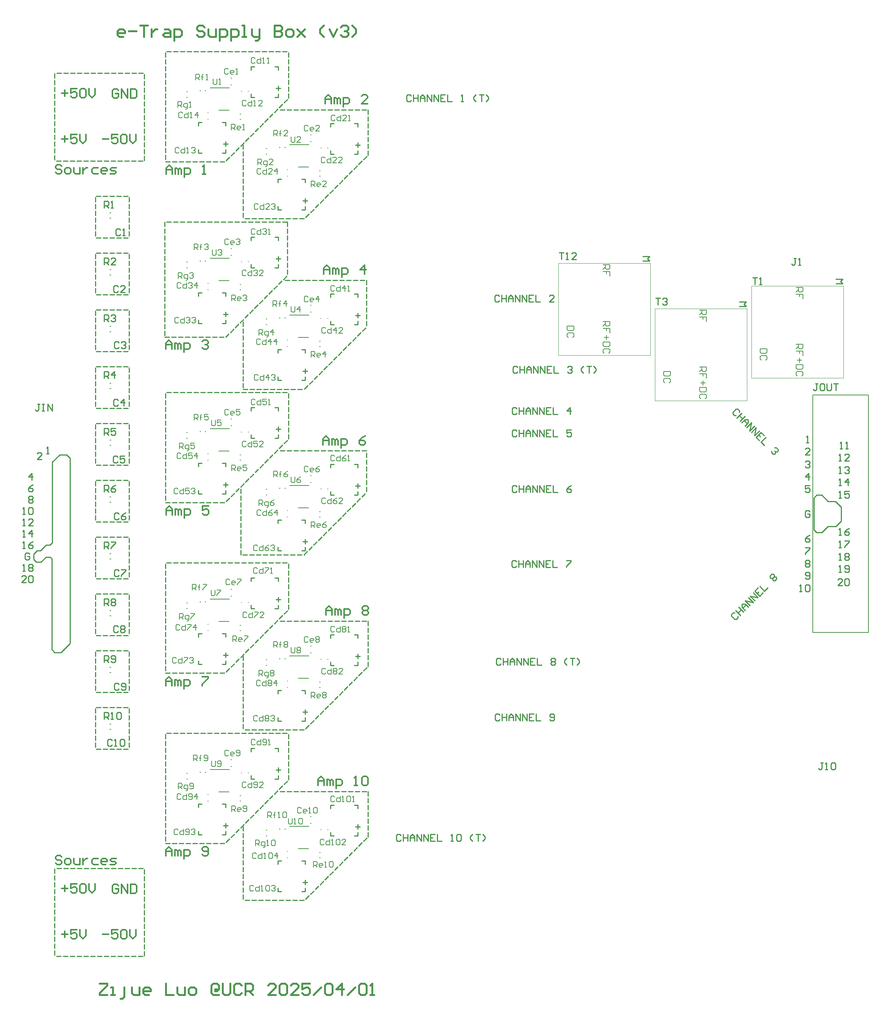
<source format=gbr>
%TF.GenerationSoftware,Altium Limited,Altium Designer,25.0.2 (28)*%
G04 Layer_Color=65535*
%FSLAX45Y45*%
%MOMM*%
%TF.SameCoordinates,97F7605E-EDA1-4B57-83DE-D803DCB7673D*%
%TF.FilePolarity,Positive*%
%TF.FileFunction,Legend,Top*%
%TF.Part,Single*%
G01*
G75*
%TA.AperFunction,NonConductor*%
%ADD49C,0.20000*%
%ADD50C,0.25400*%
%ADD51C,0.08000*%
%ADD52C,0.30480*%
%ADD53C,0.20320*%
%ADD54C,0.40640*%
D49*
X6704600Y24691499D02*
Y24711501D01*
X6579600Y24691499D02*
Y24711501D01*
X6276500Y24550101D02*
X6296500D01*
X6276500Y24675101D02*
X6296500D01*
X7269600Y24832201D02*
X7284600D01*
X7269600Y24977200D02*
X7284600D01*
X20284200Y12585000D02*
Y17895000D01*
Y12585000D02*
X21524200D01*
Y17895000D01*
X20284200D02*
X21524200D01*
X8357600Y8181500D02*
Y8201500D01*
X8482600Y8181500D02*
Y8201500D01*
X8357600Y11991500D02*
Y12011500D01*
X8482600Y11991500D02*
Y12011500D01*
X8357600Y23421500D02*
Y23441499D01*
X8482600Y23421500D02*
Y23441499D01*
X8357600Y19611501D02*
Y19631500D01*
X8482600Y19611501D02*
Y19631500D01*
X8054500Y8165100D02*
X8074500D01*
X8054500Y8040100D02*
X8074500D01*
X8054500Y11975100D02*
X8074500D01*
X8054500Y11850100D02*
X8074500D01*
X8054500Y23405099D02*
X8074500D01*
X8054500Y23280099D02*
X8074500D01*
X8054500Y19595100D02*
X8074500D01*
X8054500Y19470100D02*
X8074500D01*
X8526900Y22787500D02*
X8541900D01*
X8526900Y22932500D02*
X8541900D01*
X8526900Y18977499D02*
X8541900D01*
X8526900Y19122501D02*
X8541900D01*
X8526900Y7547500D02*
X8541900D01*
X8526900Y7692500D02*
X8541900D01*
X8526900Y11357500D02*
X8541900D01*
X8526900Y11502500D02*
X8541900D01*
X8582500Y8251000D02*
X8802500D01*
X8770000D02*
X9010000D01*
X8777500Y7753500D02*
X9002500D01*
X9047600Y8467200D02*
X9062600D01*
X9047600Y8322200D02*
X9062600D01*
X9047600Y12277200D02*
X9062600D01*
X9047600Y12132200D02*
X9062600D01*
X9047600Y23707201D02*
X9062600D01*
X9047600Y23562199D02*
X9062600D01*
X9047600Y19897200D02*
X9062600D01*
X9047600Y19752200D02*
X9062600D01*
X9287400Y23411301D02*
Y23426300D01*
X9432400Y23411301D02*
Y23426300D01*
X9287400Y19601300D02*
Y19616299D01*
X9432400Y19601300D02*
Y19616299D01*
X9287400Y8171300D02*
Y8186300D01*
X9432400Y8171300D02*
Y8186300D01*
X9287400Y11981300D02*
Y11996300D01*
X9432400Y11981300D02*
Y11996300D01*
X8582500Y23491000D02*
X8802500D01*
X8770000D02*
X9010000D01*
X8777500Y22993500D02*
X9002500D01*
X8582500Y19681000D02*
X8802500D01*
X8770000D02*
X9010000D01*
X8777500Y19183501D02*
X9002500D01*
X8582500Y12061000D02*
X8802500D01*
X8770000D02*
X9010000D01*
X8777500Y11563500D02*
X9002500D01*
X9248300Y22909801D02*
X9268300D01*
X9248300Y22784801D02*
X9268300D01*
X9248300Y19099800D02*
X9268300D01*
X9248300Y18974800D02*
X9268300D01*
X9248300Y7669800D02*
X9268300D01*
X9248300Y7544800D02*
X9268300D01*
X9248300Y11479800D02*
X9268300D01*
X9248300Y11354800D02*
X9268300D01*
X8582500Y15871001D02*
X8802500D01*
X8770000D02*
X9010000D01*
X8777500Y15373500D02*
X9002500D01*
X8526900Y15167500D02*
X8541900D01*
X8526900Y15312500D02*
X8541900D01*
X9047600Y16087199D02*
X9062600D01*
X9047600Y15942200D02*
X9062600D01*
X9287400Y15791299D02*
Y15806300D01*
X9432400Y15791299D02*
Y15806300D01*
X8054500Y15785100D02*
X8074500D01*
X8054500Y15660100D02*
X8074500D01*
X8357600Y15801500D02*
Y15821500D01*
X8482600Y15801500D02*
Y15821500D01*
X9248300Y15289799D02*
X9268300D01*
X9248300Y15164799D02*
X9268300D01*
X6748900Y12627500D02*
X6763900D01*
X6748900Y12772500D02*
X6763900D01*
X7509400Y24681300D02*
Y24696300D01*
X7654400Y24681300D02*
Y24696300D01*
X7509400Y20871300D02*
Y20886301D01*
X7654400Y20871300D02*
Y20886301D01*
X7509400Y9441300D02*
Y9456300D01*
X7654400Y9441300D02*
Y9456300D01*
X7509400Y13251300D02*
Y13266299D01*
X7654400Y13251300D02*
Y13266299D01*
X7269600Y13547200D02*
X7284600D01*
X7269600Y13402200D02*
X7284600D01*
X7269600Y9737200D02*
X7284600D01*
X7269600Y9592200D02*
X7284600D01*
X7269600Y21167200D02*
X7284600D01*
X7269600Y21022200D02*
X7284600D01*
X6804500Y24761000D02*
X7024500D01*
X6992000D02*
X7232000D01*
X6999500Y24263499D02*
X7224500D01*
X6804500Y20950999D02*
X7024500D01*
X6992000D02*
X7232000D01*
X6999500Y20453500D02*
X7224500D01*
X6804500Y9521000D02*
X7024500D01*
X6992000D02*
X7232000D01*
X6999500Y9023500D02*
X7224500D01*
X6804500Y13331000D02*
X7024500D01*
X6992000D02*
X7232000D01*
X6999500Y12833501D02*
X7224500D01*
X6579600Y9451500D02*
Y9471500D01*
X6704600Y9451500D02*
Y9471500D01*
X6579600Y13261501D02*
Y13281500D01*
X6704600Y13261501D02*
Y13281500D01*
X6579600Y20881500D02*
Y20901500D01*
X6704600Y20881500D02*
Y20901500D01*
X6276500Y9435100D02*
X6296500D01*
X6276500Y9310100D02*
X6296500D01*
X6276500Y20865100D02*
X6296500D01*
X6276500Y20740100D02*
X6296500D01*
X6276500Y13245100D02*
X6296500D01*
X6276500Y13120100D02*
X6296500D01*
X7470300Y8939800D02*
X7490300D01*
X7470300Y8814800D02*
X7490300D01*
X7470300Y12749800D02*
X7490300D01*
X7470300Y12624800D02*
X7490300D01*
X7470300Y24179800D02*
X7490300D01*
X7470300Y24054800D02*
X7490300D01*
X7470300Y20369800D02*
X7490300D01*
X7470300Y20244800D02*
X7490300D01*
X6748900Y8817500D02*
X6763900D01*
X6748900Y8962500D02*
X6763900D01*
X6748900Y24057500D02*
X6763900D01*
X6748900Y24202499D02*
X6763900D01*
X6748900Y20247501D02*
X6763900D01*
X6748900Y20392500D02*
X6763900D01*
X6748900Y16437500D02*
X6763900D01*
X6748900Y16582500D02*
X6763900D01*
X7509400Y17061301D02*
Y17076300D01*
X7654400Y17061301D02*
Y17076300D01*
X7470300Y16559801D02*
X7490300D01*
X7470300Y16434801D02*
X7490300D01*
X6804500Y17141000D02*
X7024500D01*
X6992000D02*
X7232000D01*
X6999500Y16643500D02*
X7224500D01*
X7269600Y17357201D02*
X7284600D01*
X7269600Y17212199D02*
X7284600D01*
X6579600Y17071500D02*
Y17091499D01*
X6704600Y17071500D02*
Y17091499D01*
X6276500Y17055099D02*
X6296500D01*
X6276500Y16930099D02*
X6296500D01*
X4562000Y15500000D02*
X4582000D01*
X4562000Y15614999D02*
X4582000D01*
X4562000Y21964999D02*
X4582000D01*
X4562000Y21850000D02*
X4582000D01*
X4562000Y14345000D02*
X4582000D01*
X4562000Y14230000D02*
X4582000D01*
X4562000Y20695000D02*
X4582000D01*
X4562000Y20580000D02*
X4582000D01*
X4562000Y13075000D02*
X4582000D01*
X4562000Y12960001D02*
X4582000D01*
X4562000Y19425000D02*
X4582000D01*
X4562000Y19310001D02*
X4582000D01*
X4562000Y11805000D02*
X4582000D01*
X4562000Y11690000D02*
X4582000D01*
X4562000Y18155000D02*
X4582000D01*
X4562000Y18039999D02*
X4582000D01*
X4562000Y10535000D02*
X4582000D01*
X4562000Y10420000D02*
X4582000D01*
X4562000Y16885001D02*
X4582000D01*
X4562000Y16770000D02*
X4582000D01*
D50*
X20307300Y15595599D02*
X20370799Y15659100D01*
X20485100D01*
X20624800Y15519400D01*
X20789900D01*
X20916901Y15392400D01*
Y15074899D02*
Y15392400D01*
X20802600Y14960600D02*
X20916901Y15074899D01*
X20624800Y14960600D02*
X20802600D01*
X20485100Y14820900D02*
X20624800Y14960600D01*
X20370799Y14820900D02*
X20485100D01*
X20307300Y14884399D02*
X20370799Y14820900D01*
X20307300Y14884399D02*
Y15595599D01*
X2857500Y14224001D02*
Y14338300D01*
X2933700Y14414500D01*
X3009900D01*
X3136900Y14541499D01*
X3225800D01*
X3276600Y14592300D01*
Y16395700D01*
X3441700Y16560800D01*
X3594100D01*
X3670300Y16484599D01*
Y12344400D02*
Y16484599D01*
X3467100Y12141200D02*
X3670300Y12344400D01*
X3327400Y12141200D02*
X3467100D01*
X3263900Y12204700D02*
X3327400Y12141200D01*
X3263900Y12204700D02*
Y14236700D01*
X3225800Y14274800D02*
X3263900Y14236700D01*
X3136900Y14274800D02*
X3225800D01*
X3022600Y14160500D02*
X3136900Y14274800D01*
X2921000Y14160500D02*
X3022600D01*
X2857500Y14224001D02*
X2921000Y14160500D01*
X10109200Y8039100D02*
Y8115300D01*
X10033000Y8039100D02*
X10109200D01*
X10033000Y8724900D02*
X10109200D01*
Y8648700D02*
Y8724900D01*
X9499600Y8648700D02*
Y8724900D01*
X9575800D01*
X9499600Y8039100D02*
X9575800D01*
X9499600D02*
Y8115300D01*
X10109200Y11849100D02*
Y11925300D01*
X10033000Y11849100D02*
X10109200D01*
X10033000Y12534900D02*
X10109200D01*
Y12458700D02*
Y12534900D01*
X9499600Y12458700D02*
Y12534900D01*
X9575800D01*
X9499600Y11849100D02*
X9575800D01*
X9499600D02*
Y11925300D01*
X10109200Y23279100D02*
Y23355299D01*
X10033000Y23279100D02*
X10109200D01*
X10033000Y23964900D02*
X10109200D01*
Y23888699D02*
Y23964900D01*
X9499600Y23888699D02*
Y23964900D01*
X9575800D01*
X9499600Y23279100D02*
X9575800D01*
X9499600D02*
Y23355299D01*
X10109200Y19469099D02*
Y19545300D01*
X10033000Y19469099D02*
X10109200D01*
X10033000Y20154900D02*
X10109200D01*
Y20078700D02*
Y20154900D01*
X9499600Y20078700D02*
Y20154900D01*
X9575800D01*
X9499600Y19469099D02*
X9575800D01*
X9499600D02*
Y19545300D01*
X8318500Y7404100D02*
Y7480300D01*
X8394700D01*
X8318500Y6794500D02*
X8394700D01*
X8318500D02*
Y6870700D01*
X8928100Y6794500D02*
Y6870700D01*
X8851900Y6794500D02*
X8928100D01*
X8851900Y7480300D02*
X8928100D01*
Y7404100D02*
Y7480300D01*
X8318500Y11214100D02*
Y11290300D01*
X8394700D01*
X8318500Y10604500D02*
X8394700D01*
X8318500D02*
Y10680700D01*
X8928100Y10604500D02*
Y10680700D01*
X8851900Y10604500D02*
X8928100D01*
X8851900Y11290300D02*
X8928100D01*
Y11214100D02*
Y11290300D01*
X8318500Y22644099D02*
Y22720300D01*
X8394700D01*
X8318500Y22034500D02*
X8394700D01*
X8318500D02*
Y22110699D01*
X8928100Y22034500D02*
Y22110699D01*
X8851900Y22034500D02*
X8928100D01*
X8851900Y22720300D02*
X8928100D01*
Y22644099D02*
Y22720300D01*
X8318500Y18834100D02*
Y18910300D01*
X8394700D01*
X8318500Y18224500D02*
X8394700D01*
X8318500D02*
Y18300700D01*
X8928100Y18224500D02*
Y18300700D01*
X8851900Y18224500D02*
X8928100D01*
X8851900Y18910300D02*
X8928100D01*
Y18834100D02*
Y18910300D01*
X8318500Y15024100D02*
Y15100301D01*
X8394700D01*
X8318500Y14414500D02*
X8394700D01*
X8318500D02*
Y14490700D01*
X8928100Y14414500D02*
Y14490700D01*
X8851900Y14414500D02*
X8928100D01*
X8851900Y15100301D02*
X8928100D01*
Y15024100D02*
Y15100301D01*
X10109200Y15659100D02*
Y15735300D01*
X10033000Y15659100D02*
X10109200D01*
X10033000Y16344901D02*
X10109200D01*
Y16268700D02*
Y16344901D01*
X9499600Y16268700D02*
Y16344901D01*
X9575800D01*
X9499600Y15659100D02*
X9575800D01*
X9499600D02*
Y15735300D01*
X8331200Y9309100D02*
Y9385300D01*
X8255000Y9309100D02*
X8331200D01*
X8255000Y9994900D02*
X8331200D01*
Y9918700D02*
Y9994900D01*
X7721600Y9918700D02*
Y9994900D01*
X7797800D01*
X7721600Y9309100D02*
X7797800D01*
X7721600D02*
Y9385300D01*
X8331200Y13119099D02*
Y13195300D01*
X8255000Y13119099D02*
X8331200D01*
X8255000Y13804900D02*
X8331200D01*
Y13728700D02*
Y13804900D01*
X7721600Y13728700D02*
Y13804900D01*
X7797800D01*
X7721600Y13119099D02*
X7797800D01*
X7721600D02*
Y13195300D01*
X8331200Y24549100D02*
Y24625301D01*
X8255000Y24549100D02*
X8331200D01*
X8255000Y25234900D02*
X8331200D01*
Y25158701D02*
Y25234900D01*
X7721600Y25158701D02*
Y25234900D01*
X7797800D01*
X7721600Y24549100D02*
X7797800D01*
X7721600D02*
Y24625301D01*
X8331200Y20739101D02*
Y20815300D01*
X8255000Y20739101D02*
X8331200D01*
X8255000Y21424899D02*
X8331200D01*
Y21348700D02*
Y21424899D01*
X7721600Y21348700D02*
Y21424899D01*
X7797800D01*
X7721600Y20739101D02*
X7797800D01*
X7721600D02*
Y20815300D01*
X8331200Y16929100D02*
Y17005299D01*
X8255000Y16929100D02*
X8331200D01*
X8255000Y17614900D02*
X8331200D01*
Y17538699D02*
Y17614900D01*
X7721600Y17538699D02*
Y17614900D01*
X7797800D01*
X7721600Y16929100D02*
X7797800D01*
X7721600D02*
Y17005299D01*
X6540500Y8674100D02*
Y8750300D01*
X6616700D01*
X6540500Y8064500D02*
X6616700D01*
X6540500D02*
Y8140700D01*
X7150100Y8064500D02*
Y8140700D01*
X7073900Y8064500D02*
X7150100D01*
X7073900Y8750300D02*
X7150100D01*
Y8674100D02*
Y8750300D01*
X6540500Y12484100D02*
Y12560300D01*
X6616700D01*
X6540500Y11874500D02*
X6616700D01*
X6540500D02*
Y11950700D01*
X7150100Y11874500D02*
Y11950700D01*
X7073900Y11874500D02*
X7150100D01*
X7073900Y12560300D02*
X7150100D01*
Y12484100D02*
Y12560300D01*
X6540500Y23914101D02*
Y23990300D01*
X6616700D01*
X6540500Y23304500D02*
X6616700D01*
X6540500D02*
Y23380701D01*
X7150100Y23304500D02*
Y23380701D01*
X7073900Y23304500D02*
X7150100D01*
X7073900Y23990300D02*
X7150100D01*
Y23914101D02*
Y23990300D01*
X6540500Y20104100D02*
Y20180299D01*
X6616700D01*
X6540500Y19494501D02*
X6616700D01*
X6540500D02*
Y19570700D01*
X7150100Y19494501D02*
Y19570700D01*
X7073900Y19494501D02*
X7150100D01*
X7073900Y20180299D02*
X7150100D01*
Y20104100D02*
Y20180299D01*
X6540500Y16294099D02*
Y16370300D01*
X6616700D01*
X6540500Y15684500D02*
X6616700D01*
X6540500D02*
Y15760699D01*
X7150100Y15684500D02*
Y15760699D01*
X7073900Y15684500D02*
X7150100D01*
X7073900Y16370300D02*
X7150100D01*
Y16294099D02*
Y16370300D01*
X13665167Y17589459D02*
X13639775Y17614851D01*
X13588992D01*
X13563600Y17589459D01*
Y17487892D01*
X13588992Y17462500D01*
X13639775D01*
X13665167Y17487892D01*
X13715952Y17614851D02*
Y17462500D01*
Y17538675D01*
X13817519D01*
Y17614851D01*
Y17462500D01*
X13868301D02*
Y17564067D01*
X13919086Y17614851D01*
X13969868Y17564067D01*
Y17462500D01*
Y17538675D01*
X13868301D01*
X14020651Y17462500D02*
Y17614851D01*
X14122218Y17462500D01*
Y17614851D01*
X14173003Y17462500D02*
Y17614851D01*
X14274570Y17462500D01*
Y17614851D01*
X14426921D02*
X14325354D01*
Y17462500D01*
X14426921D01*
X14325354Y17538675D02*
X14376137D01*
X14477704Y17614851D02*
Y17462500D01*
X14579272D01*
X14858582D02*
Y17614851D01*
X14782407Y17538675D01*
X14883974D01*
X20802600Y20485100D02*
X20954951D01*
X20904167Y20434317D01*
X20954951Y20383533D01*
X20802600D01*
X18643600Y19977100D02*
X18795950D01*
X18745168Y19926317D01*
X18795950Y19875533D01*
X18643600D01*
X16484599Y20993100D02*
X16636951D01*
X16586166Y20942317D01*
X16636951Y20891533D01*
X16484599D01*
X11302967Y24587160D02*
X11277575Y24612550D01*
X11226792D01*
X11201400Y24587160D01*
Y24485593D01*
X11226792Y24460201D01*
X11277575D01*
X11302967Y24485593D01*
X11353751Y24612550D02*
Y24460201D01*
Y24536375D01*
X11455318D01*
Y24612550D01*
Y24460201D01*
X11506101D02*
Y24561768D01*
X11556885Y24612550D01*
X11607669Y24561768D01*
Y24460201D01*
Y24536375D01*
X11506101D01*
X11658452Y24460201D02*
Y24612550D01*
X11760019Y24460201D01*
Y24612550D01*
X11810803Y24460201D02*
Y24612550D01*
X11912370Y24460201D01*
Y24612550D01*
X12064721D02*
X11963154D01*
Y24460201D01*
X12064721D01*
X11963154Y24536375D02*
X12013937D01*
X12115504Y24612550D02*
Y24460201D01*
X12217072D01*
X12420206D02*
X12470989D01*
X12445598D01*
Y24612550D01*
X12420206Y24587160D01*
X12750299Y24460201D02*
X12699515Y24510983D01*
Y24561768D01*
X12750299Y24612550D01*
X12826474D02*
X12928041D01*
X12877258D01*
Y24460201D01*
X12978825D02*
X13029608Y24510983D01*
Y24561768D01*
X12978825Y24612550D01*
X11074367Y8051759D02*
X11048975Y8077151D01*
X10998192D01*
X10972800Y8051759D01*
Y7950192D01*
X10998192Y7924800D01*
X11048975D01*
X11074367Y7950192D01*
X11125151Y8077151D02*
Y7924800D01*
Y8000975D01*
X11226718D01*
Y8077151D01*
Y7924800D01*
X11277501D02*
Y8026367D01*
X11328285Y8077151D01*
X11379069Y8026367D01*
Y7924800D01*
Y8000975D01*
X11277501D01*
X11429852Y7924800D02*
Y8077151D01*
X11531419Y7924800D01*
Y8077151D01*
X11582203Y7924800D02*
Y8077151D01*
X11683770Y7924800D01*
Y8077151D01*
X11836121D02*
X11734554D01*
Y7924800D01*
X11836121D01*
X11734554Y8000975D02*
X11785337D01*
X11886904Y8077151D02*
Y7924800D01*
X11988472D01*
X12191606D02*
X12242389D01*
X12216998D01*
Y8077151D01*
X12191606Y8051759D01*
X12318565D02*
X12343957Y8077151D01*
X12394740D01*
X12420132Y8051759D01*
Y7950192D01*
X12394740Y7924800D01*
X12343957D01*
X12318565Y7950192D01*
Y8051759D01*
X12674050Y7924800D02*
X12623266Y7975583D01*
Y8026367D01*
X12674050Y8077151D01*
X12750225D02*
X12851791D01*
X12801009D01*
Y7924800D01*
X12902576D02*
X12953358Y7975583D01*
Y8026367D01*
X12902576Y8077151D01*
X10058400Y8242283D02*
X10159967D01*
X10109183Y8293067D02*
Y8191500D01*
X8877300Y6997683D02*
X8978867D01*
X8928083Y7048467D02*
Y6946900D01*
X8280400Y9512283D02*
X8381967D01*
X8331183Y9563067D02*
Y9461500D01*
X7099300Y8267683D02*
X7200867D01*
X7150083Y8318467D02*
Y8216900D01*
X10058400Y12052283D02*
X10159967D01*
X10109183Y12103067D02*
Y12001500D01*
X8877300Y10807683D02*
X8978867D01*
X8928083Y10858467D02*
Y10756900D01*
X8280400Y13322282D02*
X8381967D01*
X8331183Y13373067D02*
Y13271500D01*
X7099300Y12077683D02*
X7200867D01*
X7150083Y12128467D02*
Y12026900D01*
X10058400Y15862283D02*
X10159967D01*
X10109183Y15913068D02*
Y15811501D01*
X8877300Y14617683D02*
X8978867D01*
X8928083Y14668468D02*
Y14566901D01*
X8280400Y17132283D02*
X8381967D01*
X8331183Y17183067D02*
Y17081500D01*
X7099300Y15887683D02*
X7200867D01*
X7150083Y15938467D02*
Y15836900D01*
X10058400Y19672282D02*
X10159967D01*
X10109183Y19723067D02*
Y19621500D01*
X8877300Y18427682D02*
X8978867D01*
X8928083Y18478467D02*
Y18376900D01*
X7099300Y19697684D02*
X7200867D01*
X7150083Y19748466D02*
Y19646899D01*
X8280400Y20942284D02*
X8381967D01*
X8331183Y20993066D02*
Y20891499D01*
X10058400Y23482283D02*
X10159967D01*
X10109183Y23533067D02*
Y23431500D01*
X8877300Y22237683D02*
X8978867D01*
X8928083Y22288467D02*
Y22186900D01*
X8280400Y24752283D02*
X8381967D01*
X8331183Y24803067D02*
Y24701500D01*
X7099300Y23507683D02*
X7200867D01*
X7150083Y23558467D02*
Y23456900D01*
X18637914Y17505853D02*
Y17541763D01*
X18602003Y17577673D01*
X18566095D01*
X18494276Y17505855D01*
Y17469945D01*
X18530185Y17434036D01*
X18566095D01*
X18691779Y17487900D02*
X18584048Y17380173D01*
X18637914Y17434036D01*
X18709732Y17362218D01*
X18763596Y17416081D01*
X18655869Y17308353D01*
X18691779Y17272443D02*
X18763596Y17344263D01*
X18835416D01*
X18835416Y17272443D01*
X18763596Y17200626D01*
X18817461Y17254489D01*
X18745642Y17326308D01*
X18799506Y17164716D02*
X18907234Y17272443D01*
X18871326Y17092896D01*
X18979053Y17200626D01*
X18907234Y17056987D02*
X19014961Y17164716D01*
X18979053Y16985168D01*
X19086781Y17092896D01*
X19194508Y16985168D02*
X19122690Y17056987D01*
X19014961Y16949258D01*
X19086781Y16877440D01*
X19068826Y17003123D02*
X19104736Y16967213D01*
X19230418Y16949258D02*
X19122690Y16841531D01*
X19194508Y16769711D01*
X19427921Y16715848D02*
X19463831D01*
X19499739Y16679938D01*
Y16644029D01*
X19481786Y16626074D01*
X19445876D01*
X19427921Y16644029D01*
X19445876Y16626074D01*
Y16590166D01*
X19427921Y16572211D01*
X19392010D01*
X19356102Y16608119D01*
Y16644029D01*
X18536746Y13024513D02*
X18500836D01*
X18464926Y12988605D01*
Y12952695D01*
X18536745Y12880876D01*
X18572655D01*
X18608565Y12916785D01*
Y12952695D01*
X18554700Y13078378D02*
X18662428Y12970650D01*
X18608565Y13024513D01*
X18680383Y13096332D01*
X18626518Y13150195D01*
X18734247Y13042468D01*
X18770157Y13078378D02*
X18698338Y13150195D01*
Y13222015D01*
X18770157Y13222015D01*
X18841975Y13150195D01*
X18788110Y13204060D01*
X18716292Y13132242D01*
X18877885Y13186105D02*
X18770157Y13293834D01*
X18949704Y13257925D01*
X18841975Y13365652D01*
X18985612Y13293834D02*
X18877885Y13401562D01*
X19057433Y13365652D01*
X18949704Y13473381D01*
X19057433Y13581110D02*
X18985612Y13509290D01*
X19093341Y13401562D01*
X19165160Y13473381D01*
X19039478Y13455426D02*
X19075386Y13491336D01*
X19093341Y13617020D02*
X19201070Y13509290D01*
X19272888Y13581110D01*
X19326752Y13814520D02*
Y13850430D01*
X19362662Y13886339D01*
X19398570D01*
X19416525Y13868385D01*
Y13832475D01*
X19452435D01*
X19470390Y13814520D01*
Y13778612D01*
X19434480Y13742702D01*
X19398570D01*
X19380617Y13760657D01*
Y13796565D01*
X19344707D01*
X19326752Y13814520D01*
X19380617Y13796565D02*
X19416525Y13832475D01*
X20891499Y16692880D02*
X20942284D01*
X20916891D01*
Y16845232D01*
X20891499Y16819839D01*
X21018459Y16692880D02*
X21069241D01*
X21043851D01*
Y16845232D01*
X21018459Y16819839D01*
X20866100Y16421100D02*
X20916882D01*
X20891492D01*
Y16573451D01*
X20866100Y16548059D01*
X21094626Y16421100D02*
X20993059D01*
X21094626Y16522667D01*
Y16548059D01*
X21069234Y16573451D01*
X21018451D01*
X20993059Y16548059D01*
X20866100Y16144099D02*
X20916882D01*
X20891492D01*
Y16296451D01*
X20866100Y16271059D01*
X20993059D02*
X21018451Y16296451D01*
X21069234D01*
X21094626Y16271059D01*
Y16245667D01*
X21069234Y16220274D01*
X21043842D01*
X21069234D01*
X21094626Y16194884D01*
Y16169492D01*
X21069234Y16144099D01*
X21018451D01*
X20993059Y16169492D01*
X20866100Y15867101D02*
X20916882D01*
X20891492D01*
Y16019450D01*
X20866100Y15994060D01*
X21069234Y15867101D02*
Y16019450D01*
X20993059Y15943275D01*
X21094626D01*
X20866100Y15590100D02*
X20916882D01*
X20891492D01*
Y15742451D01*
X20866100Y15717059D01*
X21094626Y15742451D02*
X20993059D01*
Y15666277D01*
X21043842Y15691667D01*
X21069234D01*
X21094626Y15666277D01*
Y15615492D01*
X21069234Y15590100D01*
X21018451D01*
X20993059Y15615492D01*
X20866100Y14759100D02*
X20916882D01*
X20891492D01*
Y14911452D01*
X20866100Y14886060D01*
X21094626Y14911452D02*
X21043842Y14886060D01*
X20993059Y14835275D01*
Y14784492D01*
X21018451Y14759100D01*
X21069234D01*
X21094626Y14784492D01*
Y14809885D01*
X21069234Y14835275D01*
X20993059D01*
X20866100Y14482100D02*
X20916882D01*
X20891492D01*
Y14634451D01*
X20866100Y14609059D01*
X20993059Y14634451D02*
X21094626D01*
Y14609059D01*
X20993059Y14507492D01*
Y14482100D01*
X20866100Y14205099D02*
X20916882D01*
X20891492D01*
Y14357451D01*
X20866100Y14332059D01*
X20993059D02*
X21018451Y14357451D01*
X21069234D01*
X21094626Y14332059D01*
Y14306667D01*
X21069234Y14281274D01*
X21094626Y14255882D01*
Y14230492D01*
X21069234Y14205099D01*
X21018451D01*
X20993059Y14230492D01*
Y14255882D01*
X21018451Y14281274D01*
X20993059Y14306667D01*
Y14332059D01*
X21018451Y14281274D02*
X21069234D01*
X20866100Y13928101D02*
X20916882D01*
X20891492D01*
Y14080450D01*
X20866100Y14055058D01*
X20993059Y13953493D02*
X21018451Y13928101D01*
X21069234D01*
X21094626Y13953493D01*
Y14055058D01*
X21069234Y14080450D01*
X21018451D01*
X20993059Y14055058D01*
Y14029668D01*
X21018451Y14004276D01*
X21094626D01*
X20942267Y13639799D02*
X20840700D01*
X20942267Y13741367D01*
Y13766759D01*
X20916875Y13792151D01*
X20866092D01*
X20840700Y13766759D01*
X20993051D02*
X21018443Y13792151D01*
X21069226D01*
X21094618Y13766759D01*
Y13665192D01*
X21069226Y13639799D01*
X21018443D01*
X20993051Y13665192D01*
Y13766759D01*
X20218367Y15287659D02*
X20192975Y15313051D01*
X20142192D01*
X20116800Y15287659D01*
Y15186092D01*
X20142192Y15160699D01*
X20192975D01*
X20218367Y15186092D01*
Y15236876D01*
X20167583D01*
X19989799Y13500101D02*
X20040582D01*
X20015192D01*
Y13652451D01*
X19989799Y13627058D01*
X20116759D02*
X20142151Y13652451D01*
X20192934D01*
X20218326Y13627058D01*
Y13525491D01*
X20192934Y13500101D01*
X20142151D01*
X20116759Y13525491D01*
Y13627058D01*
X20142200Y16827499D02*
X20192982D01*
X20167592D01*
Y16979851D01*
X20142200Y16954459D01*
X20218367Y16560800D02*
X20116800D01*
X20218367Y16662367D01*
Y16687759D01*
X20192975Y16713152D01*
X20142192D01*
X20116800Y16687759D01*
Y16395659D02*
X20142192Y16421051D01*
X20192975D01*
X20218367Y16395659D01*
Y16370267D01*
X20192975Y16344875D01*
X20167583D01*
X20192975D01*
X20218367Y16319482D01*
Y16294092D01*
X20192975Y16268700D01*
X20142192D01*
X20116800Y16294092D01*
X20192975Y15991701D02*
Y16144051D01*
X20116800Y16067876D01*
X20218367D01*
Y15867052D02*
X20116800D01*
Y15790875D01*
X20167583Y15816267D01*
X20192975D01*
X20218367Y15790875D01*
Y15740092D01*
X20192975Y15714700D01*
X20142192D01*
X20116800Y15740092D01*
X20218367Y14759052D02*
X20167583Y14733659D01*
X20116800Y14682875D01*
Y14632092D01*
X20142192Y14606700D01*
X20192975D01*
X20218367Y14632092D01*
Y14657484D01*
X20192975Y14682875D01*
X20116800D01*
Y14482051D02*
X20218367D01*
Y14456659D01*
X20116800Y14355092D01*
Y14329700D01*
Y14179659D02*
X20142192Y14205051D01*
X20192975D01*
X20218367Y14179659D01*
Y14154266D01*
X20192975Y14128876D01*
X20218367Y14103484D01*
Y14078091D01*
X20192975Y14052699D01*
X20142192D01*
X20116800Y14078091D01*
Y14103484D01*
X20142192Y14128876D01*
X20116800Y14154266D01*
Y14179659D01*
X20142192Y14128876D02*
X20192975D01*
X20116800Y13804892D02*
X20142192Y13779500D01*
X20192975D01*
X20218367Y13804892D01*
Y13906459D01*
X20192975Y13931851D01*
X20142192D01*
X20116800Y13906459D01*
Y13881067D01*
X20142192Y13855675D01*
X20218367D01*
X3149600Y16586200D02*
X3200383D01*
X3174992D01*
Y16738551D01*
X3149600Y16713159D01*
X3035267Y16459200D02*
X2933700D01*
X3035267Y16560767D01*
Y16586159D01*
X3009875Y16611551D01*
X2959092D01*
X2933700Y16586159D01*
X2819375Y15989301D02*
Y16141650D01*
X2743200Y16065475D01*
X2844767D01*
Y15887651D02*
X2793983Y15862259D01*
X2743200Y15811475D01*
Y15760692D01*
X2768592Y15735300D01*
X2819375D01*
X2844767Y15760692D01*
Y15786082D01*
X2819375Y15811475D01*
X2743200D01*
Y15608260D02*
X2768592Y15633652D01*
X2819375D01*
X2844767Y15608260D01*
Y15582867D01*
X2819375Y15557475D01*
X2844767Y15532083D01*
Y15506693D01*
X2819375Y15481300D01*
X2768592D01*
X2743200Y15506693D01*
Y15532083D01*
X2768592Y15557475D01*
X2743200Y15582867D01*
Y15608260D01*
X2768592Y15557475D02*
X2819375D01*
X2616200Y15227299D02*
X2666983D01*
X2641592D01*
Y15379651D01*
X2616200Y15354259D01*
X2743159D02*
X2768551Y15379651D01*
X2819334D01*
X2844726Y15354259D01*
Y15252692D01*
X2819334Y15227299D01*
X2768551D01*
X2743159Y15252692D01*
Y15354259D01*
X2616200Y14973300D02*
X2666983D01*
X2641592D01*
Y15125652D01*
X2616200Y15100259D01*
X2844726Y14973300D02*
X2743159D01*
X2844726Y15074867D01*
Y15100259D01*
X2819334Y15125652D01*
X2768551D01*
X2743159Y15100259D01*
X2616200Y14719299D02*
X2666983D01*
X2641592D01*
Y14871651D01*
X2616200Y14846259D01*
X2819334Y14719299D02*
Y14871651D01*
X2743159Y14795474D01*
X2844726D01*
X2616200Y14465300D02*
X2666983D01*
X2641592D01*
Y14617651D01*
X2616200Y14592259D01*
X2844726Y14617651D02*
X2793942Y14592259D01*
X2743159Y14541475D01*
Y14490692D01*
X2768551Y14465300D01*
X2819334D01*
X2844726Y14490692D01*
Y14516083D01*
X2819334Y14541475D01*
X2743159D01*
X2616200Y13957300D02*
X2666983D01*
X2641592D01*
Y14109651D01*
X2616200Y14084259D01*
X2743159D02*
X2768551Y14109651D01*
X2819334D01*
X2844726Y14084259D01*
Y14058867D01*
X2819334Y14033475D01*
X2844726Y14008083D01*
Y13982692D01*
X2819334Y13957300D01*
X2768551D01*
X2743159Y13982692D01*
Y14008083D01*
X2768551Y14033475D01*
X2743159Y14058867D01*
Y14084259D01*
X2768551Y14033475D02*
X2819334D01*
X2692367Y13703300D02*
X2590800D01*
X2692367Y13804868D01*
Y13830260D01*
X2666975Y13855650D01*
X2616192D01*
X2590800Y13830260D01*
X2743151D02*
X2768543Y13855650D01*
X2819326D01*
X2844718Y13830260D01*
Y13728693D01*
X2819326Y13703300D01*
X2768543D01*
X2743151Y13728693D01*
Y13830260D01*
X2768567Y14338258D02*
X2743175Y14363651D01*
X2692392D01*
X2667000Y14338258D01*
Y14236691D01*
X2692392Y14211301D01*
X2743175D01*
X2768567Y14236691D01*
Y14287476D01*
X2717783D01*
X3365500Y23126700D02*
X3467067D01*
X3517851D02*
X3619418D01*
X3670201D02*
X3771769D01*
X3822552D02*
X3924119D01*
X3974903D02*
X4076470D01*
X4127254D02*
X4228821D01*
X4279604D02*
X4381172D01*
X4431955D02*
X4533522D01*
X4584306D02*
X4685873D01*
X4736657D02*
X4838224D01*
X4889007D02*
X4990574D01*
X5041358D02*
X5142925D01*
X5193709D02*
X5295276D01*
X3327400Y23152100D02*
Y23253667D01*
Y23304451D02*
Y23406018D01*
Y23456801D02*
Y23558369D01*
Y23609152D02*
Y23710719D01*
Y23761504D02*
Y23863071D01*
Y23913853D02*
Y24015421D01*
Y24066203D02*
Y24167772D01*
Y24218555D02*
Y24320122D01*
Y24370906D02*
Y24472473D01*
Y24523257D02*
Y24624825D01*
Y24675607D02*
Y24777174D01*
Y24827959D02*
Y24929526D01*
Y24980309D02*
Y25081876D01*
X3378200Y25095200D02*
X3479767D01*
X3530551D02*
X3632118D01*
X3682901D02*
X3784469D01*
X3835252D02*
X3936819D01*
X3987603D02*
X4089170D01*
X4139954D02*
X4241521D01*
X4292304D02*
X4393872D01*
X4444655D02*
X4546222D01*
X4597006D02*
X4698573D01*
X4749357D02*
X4850924D01*
X4901707D02*
X5003274D01*
X5054058D02*
X5155625D01*
X5206409D02*
X5307976D01*
X5334000Y23139400D02*
Y23240967D01*
Y23291751D02*
Y23393318D01*
Y23444101D02*
Y23545670D01*
Y23596452D02*
Y23698019D01*
Y23748804D02*
Y23850369D01*
Y23901154D02*
Y24002721D01*
Y24053503D02*
Y24155072D01*
Y24205855D02*
Y24307422D01*
Y24358206D02*
Y24459773D01*
Y24510558D02*
Y24612125D01*
Y24662907D02*
Y24764474D01*
Y24815257D02*
Y24916824D01*
Y24967609D02*
Y25069176D01*
X5334000Y5359400D02*
Y5460967D01*
Y5511750D02*
Y5613318D01*
Y5664101D02*
Y5765668D01*
Y5816452D02*
Y5918019D01*
Y5968803D02*
Y6070370D01*
Y6121153D02*
Y6222721D01*
Y6273504D02*
Y6375071D01*
Y6425855D02*
Y6527422D01*
Y6578206D02*
Y6679773D01*
Y6730556D02*
Y6832123D01*
Y6882907D02*
Y6984474D01*
Y7035258D02*
Y7136825D01*
Y7187608D02*
Y7289176D01*
X3378200Y7315200D02*
X3479767D01*
X3530551D02*
X3632118D01*
X3682901D02*
X3784469D01*
X3835252D02*
X3936819D01*
X3987603D02*
X4089170D01*
X4139954D02*
X4241521D01*
X4292304D02*
X4393872D01*
X4444655D02*
X4546222D01*
X4597006D02*
X4698573D01*
X4749357D02*
X4850924D01*
X4901707D02*
X5003274D01*
X5054058D02*
X5155625D01*
X5206409D02*
X5307976D01*
X3327400Y5372100D02*
Y5473667D01*
Y5524450D02*
Y5626018D01*
Y5676801D02*
Y5778368D01*
Y5829152D02*
Y5930719D01*
Y5981503D02*
Y6083070D01*
Y6133853D02*
Y6235421D01*
Y6286204D02*
Y6387771D01*
Y6438555D02*
Y6540122D01*
Y6590906D02*
Y6692473D01*
Y6743256D02*
Y6844823D01*
Y6895607D02*
Y6997174D01*
Y7047958D02*
Y7149525D01*
Y7200308D02*
Y7301876D01*
X3365500Y5346700D02*
X3467067D01*
X3517851D02*
X3619418D01*
X3670201D02*
X3771769D01*
X3822552D02*
X3924119D01*
X3974903D02*
X4076470D01*
X4127254D02*
X4228821D01*
X4279604D02*
X4381172D01*
X4431955D02*
X4533522D01*
X4584306D02*
X4685873D01*
X4736657D02*
X4838224D01*
X4889007D02*
X4990574D01*
X5041358D02*
X5142925D01*
X5193709D02*
X5295276D01*
X4241800Y10020300D02*
Y10121867D01*
Y10172650D02*
Y10274218D01*
Y10325001D02*
Y10426568D01*
Y10477352D02*
Y10578919D01*
Y10629703D02*
Y10731270D01*
Y10782053D02*
Y10883621D01*
X4254500Y9982200D02*
X4356067D01*
X4406851D02*
X4508418D01*
X4559201D02*
X4660769D01*
X4711552D02*
X4813119D01*
X4863903D02*
X4965470D01*
X4991100Y10020300D02*
Y10121867D01*
Y10172650D02*
Y10274218D01*
Y10325001D02*
Y10426568D01*
Y10477352D02*
Y10578919D01*
Y10629703D02*
Y10731270D01*
Y10782053D02*
Y10883621D01*
X4254500Y10909300D02*
X4356067D01*
X4406851D02*
X4508418D01*
X4559201D02*
X4660769D01*
X4711552D02*
X4813119D01*
X4863903D02*
X4965470D01*
X4241800Y11290300D02*
Y11391867D01*
Y11442651D02*
Y11544218D01*
Y11595001D02*
Y11696569D01*
Y11747352D02*
Y11848919D01*
Y11899703D02*
Y12001270D01*
Y12052054D02*
Y12153621D01*
X4254500Y11252200D02*
X4356067D01*
X4406851D02*
X4508418D01*
X4559201D02*
X4660769D01*
X4711552D02*
X4813119D01*
X4863903D02*
X4965470D01*
X4991100Y11290300D02*
Y11391867D01*
Y11442651D02*
Y11544218D01*
Y11595001D02*
Y11696569D01*
Y11747352D02*
Y11848919D01*
Y11899703D02*
Y12001270D01*
Y12052054D02*
Y12153621D01*
X4254500Y12179300D02*
X4356067D01*
X4406851D02*
X4508418D01*
X4559201D02*
X4660769D01*
X4711552D02*
X4813119D01*
X4863903D02*
X4965470D01*
X4241800Y12560300D02*
Y12661867D01*
Y12712650D02*
Y12814218D01*
Y12865001D02*
Y12966568D01*
Y13017352D02*
Y13118919D01*
Y13169704D02*
Y13271271D01*
Y13322054D02*
Y13423621D01*
X4254500Y12522200D02*
X4356067D01*
X4406851D02*
X4508418D01*
X4559201D02*
X4660769D01*
X4711552D02*
X4813119D01*
X4863903D02*
X4965470D01*
X4991100Y12560300D02*
Y12661867D01*
Y12712650D02*
Y12814218D01*
Y12865001D02*
Y12966568D01*
Y13017352D02*
Y13118919D01*
Y13169704D02*
Y13271271D01*
Y13322054D02*
Y13423621D01*
X4254500Y13449300D02*
X4356067D01*
X4406851D02*
X4508418D01*
X4559201D02*
X4660769D01*
X4711552D02*
X4813119D01*
X4863903D02*
X4965470D01*
X4241800Y13830299D02*
Y13931866D01*
Y13982651D02*
Y14084218D01*
Y14135001D02*
Y14236569D01*
Y14287352D02*
Y14388919D01*
Y14439703D02*
Y14541270D01*
Y14592055D02*
Y14693620D01*
X4254500Y13792200D02*
X4356067D01*
X4406851D02*
X4508418D01*
X4559201D02*
X4660769D01*
X4711552D02*
X4813119D01*
X4863903D02*
X4965470D01*
X4991100Y13830299D02*
Y13931866D01*
Y13982651D02*
Y14084218D01*
Y14135001D02*
Y14236569D01*
Y14287352D02*
Y14388919D01*
Y14439703D02*
Y14541270D01*
Y14592055D02*
Y14693620D01*
X4254500Y14719299D02*
X4356067D01*
X4406851D02*
X4508418D01*
X4559201D02*
X4660769D01*
X4711552D02*
X4813119D01*
X4863903D02*
X4965470D01*
X4241800Y15100301D02*
Y15201868D01*
Y15252650D02*
Y15354218D01*
Y15405000D02*
Y15506567D01*
Y15557352D02*
Y15658919D01*
Y15709703D02*
Y15811270D01*
Y15862053D02*
Y15963622D01*
X4254500Y15062199D02*
X4356067D01*
X4406851D02*
X4508418D01*
X4559201D02*
X4660769D01*
X4711552D02*
X4813119D01*
X4863903D02*
X4965470D01*
X4991100Y15100301D02*
Y15201868D01*
Y15252650D02*
Y15354218D01*
Y15405000D02*
Y15506567D01*
Y15557352D02*
Y15658919D01*
Y15709703D02*
Y15811270D01*
Y15862053D02*
Y15963622D01*
X4254500Y15989301D02*
X4356067D01*
X4406851D02*
X4508418D01*
X4559201D02*
X4660769D01*
X4711552D02*
X4813119D01*
X4863903D02*
X4965470D01*
X4241800Y16370300D02*
Y16471867D01*
Y16522652D02*
Y16624219D01*
Y16675002D02*
Y16776569D01*
Y16827351D02*
Y16928918D01*
Y16979703D02*
Y17081270D01*
Y17132054D02*
Y17233621D01*
X4254500Y16332201D02*
X4356067D01*
X4406851D02*
X4508418D01*
X4559201D02*
X4660769D01*
X4711552D02*
X4813119D01*
X4863903D02*
X4965470D01*
X4991100Y16370300D02*
Y16471867D01*
Y16522652D02*
Y16624219D01*
Y16675002D02*
Y16776569D01*
Y16827351D02*
Y16928918D01*
Y16979703D02*
Y17081270D01*
Y17132054D02*
Y17233621D01*
X4254500Y17259300D02*
X4356067D01*
X4406851D02*
X4508418D01*
X4559201D02*
X4660769D01*
X4711552D02*
X4813119D01*
X4863903D02*
X4965470D01*
X4241800Y17640300D02*
Y17741867D01*
Y17792650D02*
Y17894218D01*
Y17945001D02*
Y18046568D01*
Y18097353D02*
Y18198920D01*
Y18249702D02*
Y18351270D01*
Y18402052D02*
Y18503621D01*
X4254500Y17602200D02*
X4356067D01*
X4406851D02*
X4508418D01*
X4559201D02*
X4660769D01*
X4711552D02*
X4813119D01*
X4863903D02*
X4965470D01*
X4991100Y17640300D02*
Y17741867D01*
Y17792650D02*
Y17894218D01*
Y17945001D02*
Y18046568D01*
Y18097353D02*
Y18198920D01*
Y18249702D02*
Y18351270D01*
Y18402052D02*
Y18503621D01*
X4254500Y18529300D02*
X4356067D01*
X4406851D02*
X4508418D01*
X4559201D02*
X4660769D01*
X4711552D02*
X4813119D01*
X4863903D02*
X4965470D01*
X4241800Y18910300D02*
Y19011867D01*
Y19062651D02*
Y19164218D01*
Y19215001D02*
Y19316570D01*
Y19367352D02*
Y19468919D01*
Y19519704D02*
Y19621271D01*
Y19672054D02*
Y19773621D01*
X4254500Y18872200D02*
X4356067D01*
X4406851D02*
X4508418D01*
X4559201D02*
X4660769D01*
X4711552D02*
X4813119D01*
X4863903D02*
X4965470D01*
X4991100Y18910300D02*
Y19011867D01*
Y19062651D02*
Y19164218D01*
Y19215001D02*
Y19316570D01*
Y19367352D02*
Y19468919D01*
Y19519704D02*
Y19621271D01*
Y19672054D02*
Y19773621D01*
X4254500Y19799300D02*
X4356067D01*
X4406851D02*
X4508418D01*
X4559201D02*
X4660769D01*
X4711552D02*
X4813119D01*
X4863903D02*
X4965470D01*
X4241800Y20180299D02*
Y20281866D01*
Y20332651D02*
Y20434218D01*
Y20485001D02*
Y20586568D01*
Y20637352D02*
Y20738919D01*
Y20789703D02*
Y20891270D01*
Y20942053D02*
Y21043620D01*
X4254500Y20142200D02*
X4356067D01*
X4406851D02*
X4508418D01*
X4559201D02*
X4660769D01*
X4711552D02*
X4813119D01*
X4863903D02*
X4965470D01*
X4991100Y20180299D02*
Y20281866D01*
Y20332651D02*
Y20434218D01*
Y20485001D02*
Y20586568D01*
Y20637352D02*
Y20738919D01*
Y20789703D02*
Y20891270D01*
Y20942053D02*
Y21043620D01*
X4254500Y21069299D02*
X4356067D01*
X4406851D02*
X4508418D01*
X4559201D02*
X4660769D01*
X4711552D02*
X4813119D01*
X4863903D02*
X4965470D01*
X4254500Y22339301D02*
X4356067D01*
X4406851D02*
X4508418D01*
X4559201D02*
X4660769D01*
X4711552D02*
X4813119D01*
X4863903D02*
X4965470D01*
X4991100Y21450301D02*
Y21551868D01*
Y21602650D02*
Y21704218D01*
Y21755000D02*
Y21856569D01*
Y21907352D02*
Y22008919D01*
Y22059703D02*
Y22161270D01*
Y22212054D02*
Y22313622D01*
X4254500Y21412199D02*
X4356067D01*
X4406851D02*
X4508418D01*
X4559201D02*
X4660769D01*
X4711552D02*
X4813119D01*
X4863903D02*
X4965470D01*
X4241800Y21450301D02*
Y21551868D01*
Y21602650D02*
Y21704218D01*
Y21755000D02*
Y21856569D01*
Y21907352D02*
Y22008919D01*
Y22059703D02*
Y22161270D01*
Y22212054D02*
Y22313622D01*
X5829300Y10337800D02*
X5930867D01*
X5981651D02*
X6083218D01*
X6134001D02*
X6235569D01*
X6286352D02*
X6387919D01*
X6438703D02*
X6540270D01*
X6591054D02*
X6692621D01*
X6743404D02*
X6844972D01*
X6895755D02*
X6997322D01*
X7048106D02*
X7149673D01*
X7200457D02*
X7302024D01*
X7352807D02*
X7454374D01*
X7505158D02*
X7606725D01*
X7657509D02*
X7759076D01*
X7809859D02*
X7911427D01*
X7962210D02*
X8063777D01*
X8114561D02*
X8216128D01*
X8266912D02*
X8368479D01*
X8419262D02*
X8520830D01*
X5803900Y7924800D02*
Y8026367D01*
Y8077150D02*
Y8178718D01*
Y8229501D02*
Y8331068D01*
Y8381852D02*
Y8483419D01*
Y8534203D02*
Y8635770D01*
Y8686553D02*
Y8788121D01*
Y8838904D02*
Y8940471D01*
Y8991255D02*
Y9092822D01*
Y9143606D02*
Y9245173D01*
Y9295956D02*
Y9397523D01*
Y9448307D02*
Y9549874D01*
Y9600658D02*
Y9702225D01*
Y9753008D02*
Y9854576D01*
Y9905359D02*
Y10006926D01*
Y10057710D02*
Y10159277D01*
Y10210061D02*
Y10311628D01*
X5803900Y7874000D02*
X5905467D01*
X5956251D02*
X6057818D01*
X6108601D02*
X6210169D01*
X6260952D02*
X6362519D01*
X6413303D02*
X6514870D01*
X6565654D02*
X6667221D01*
X6718004D02*
X6819572D01*
X6870355D02*
X6971922D01*
X7022706D02*
X7124273D01*
X7162800Y7897221D02*
X7234619Y7969040D01*
X7270528Y8004949D02*
X7342347Y8076768D01*
X7378256Y8112677D02*
X7450075Y8184496D01*
X7485985Y8220406D02*
X7557804Y8292225D01*
X7593713Y8328134D02*
X7665532Y8399953D01*
X7701441Y8435862D02*
X7773260Y8507681D01*
X7809169Y8543590D02*
X7880988Y8615409D01*
X7916898Y8651319D02*
X7988716Y8723137D01*
X8024626Y8759047D02*
X8096445Y8830866D01*
X8132354Y8866775D02*
X8204173Y8938594D01*
X8240082Y8974503D02*
X8311901Y9046322D01*
X8347810Y9082232D02*
X8419629Y9154051D01*
X8455539Y9189960D02*
X8527358Y9261779D01*
X8559800Y9296400D02*
Y9397967D01*
Y9448750D02*
Y9550318D01*
Y9601101D02*
Y9702668D01*
Y9753452D02*
Y9855019D01*
Y9905803D02*
Y10007370D01*
Y10058153D02*
Y10159721D01*
Y10210504D02*
Y10312071D01*
X8369300Y9029700D02*
X8470867D01*
X8521651D02*
X8623218D01*
X8674001D02*
X8775569D01*
X8826352D02*
X8927919D01*
X8978703D02*
X9080270D01*
X9131054D02*
X9232621D01*
X9283404D02*
X9384972D01*
X9435755D02*
X9537322D01*
X9588106D02*
X9689673D01*
X9740457D02*
X9842024D01*
X9892807D02*
X9994374D01*
X10045158D02*
X10146725D01*
X10197509D02*
X10299076D01*
X7581900Y6604000D02*
X7683467D01*
X7734251D02*
X7835818D01*
X7886601D02*
X7988169D01*
X8038952D02*
X8140519D01*
X8191303D02*
X8292870D01*
X8343654D02*
X8445221D01*
X8496004D02*
X8597572D01*
X8648355D02*
X8749922D01*
X8800706D02*
X8902273D01*
X10337800Y8013700D02*
Y8115267D01*
Y8166051D02*
Y8267618D01*
Y8318401D02*
Y8419969D01*
Y8470752D02*
Y8572319D01*
Y8623103D02*
Y8724670D01*
Y8775454D02*
Y8877021D01*
Y8927804D02*
Y9029372D01*
X8940800Y6627221D02*
X9012619Y6699040D01*
X9048528Y6734949D02*
X9120347Y6806768D01*
X9156256Y6842677D02*
X9228075Y6914496D01*
X9263985Y6950406D02*
X9335804Y7022225D01*
X9371713Y7058134D02*
X9443532Y7129953D01*
X9479441Y7165862D02*
X9551260Y7237681D01*
X9587169Y7273590D02*
X9658988Y7345409D01*
X9694898Y7381319D02*
X9766716Y7453137D01*
X9802626Y7489047D02*
X9874445Y7560866D01*
X9910354Y7596775D02*
X9982173Y7668594D01*
X10018082Y7704503D02*
X10089901Y7776322D01*
X10125810Y7812232D02*
X10197629Y7884051D01*
X10233539Y7919960D02*
X10305358Y7991779D01*
X7543800Y6629400D02*
Y6730967D01*
Y6781750D02*
Y6883318D01*
Y6934101D02*
Y7035668D01*
Y7086452D02*
Y7188019D01*
Y7238803D02*
Y7340370D01*
Y7391153D02*
Y7492721D01*
Y7543504D02*
Y7645071D01*
Y7695855D02*
Y7797422D01*
Y7848206D02*
Y7949773D01*
Y8000556D02*
Y8102123D01*
Y8152907D02*
Y8254474D01*
X5829300Y14147800D02*
X5930867D01*
X5981651D02*
X6083218D01*
X6134001D02*
X6235569D01*
X6286352D02*
X6387919D01*
X6438703D02*
X6540270D01*
X6591054D02*
X6692621D01*
X6743404D02*
X6844972D01*
X6895755D02*
X6997322D01*
X7048106D02*
X7149673D01*
X7200457D02*
X7302024D01*
X7352807D02*
X7454374D01*
X7505158D02*
X7606725D01*
X7657509D02*
X7759076D01*
X7809859D02*
X7911427D01*
X7962210D02*
X8063777D01*
X8114561D02*
X8216128D01*
X8266912D02*
X8368479D01*
X8419262D02*
X8520830D01*
X5803900Y11734800D02*
Y11836367D01*
Y11887151D02*
Y11988718D01*
Y12039501D02*
Y12141069D01*
Y12191852D02*
Y12293419D01*
Y12344203D02*
Y12445770D01*
Y12496554D02*
Y12598121D01*
Y12648904D02*
Y12750472D01*
Y12801254D02*
Y12902821D01*
Y12953606D02*
Y13055173D01*
Y13105957D02*
Y13207524D01*
Y13258307D02*
Y13359874D01*
Y13410658D02*
Y13512225D01*
Y13563010D02*
Y13664577D01*
Y13715359D02*
Y13816927D01*
Y13867709D02*
Y13969276D01*
Y14020061D02*
Y14121628D01*
Y11684000D02*
X5905467D01*
X5956251D02*
X6057818D01*
X6108601D02*
X6210169D01*
X6260952D02*
X6362519D01*
X6413303D02*
X6514870D01*
X6565654D02*
X6667221D01*
X6718004D02*
X6819572D01*
X6870355D02*
X6971922D01*
X7022706D02*
X7124273D01*
X7162800Y11707221D02*
X7234619Y11779040D01*
X7270528Y11814949D02*
X7342347Y11886768D01*
X7378256Y11922677D02*
X7450075Y11994496D01*
X7485985Y12030406D02*
X7557804Y12102225D01*
X7593713Y12138134D02*
X7665532Y12209953D01*
X7701441Y12245862D02*
X7773260Y12317681D01*
X7809169Y12353590D02*
X7880988Y12425409D01*
X7916898Y12461319D02*
X7988716Y12533137D01*
X8024626Y12569047D02*
X8096445Y12640866D01*
X8132354Y12676775D02*
X8204173Y12748594D01*
X8240082Y12784503D02*
X8311901Y12856322D01*
X8347810Y12892232D02*
X8419629Y12964050D01*
X8455539Y12999960D02*
X8527358Y13071779D01*
X8559800Y13106400D02*
Y13207967D01*
Y13258751D02*
Y13360318D01*
Y13411101D02*
Y13512669D01*
Y13563452D02*
Y13665019D01*
Y13715804D02*
Y13817371D01*
Y13868153D02*
Y13969720D01*
Y14020505D02*
Y14122072D01*
X8369300Y12839700D02*
X8470867D01*
X8521651D02*
X8623218D01*
X8674001D02*
X8775569D01*
X8826352D02*
X8927919D01*
X8978703D02*
X9080270D01*
X9131054D02*
X9232621D01*
X9283404D02*
X9384972D01*
X9435755D02*
X9537322D01*
X9588106D02*
X9689673D01*
X9740457D02*
X9842024D01*
X9892807D02*
X9994374D01*
X10045158D02*
X10146725D01*
X10197509D02*
X10299076D01*
X7581900Y10414000D02*
X7683467D01*
X7734251D02*
X7835818D01*
X7886601D02*
X7988169D01*
X8038952D02*
X8140519D01*
X8191303D02*
X8292870D01*
X8343654D02*
X8445221D01*
X8496004D02*
X8597572D01*
X8648355D02*
X8749922D01*
X8800706D02*
X8902273D01*
X10337800Y11823700D02*
Y11925267D01*
Y11976050D02*
Y12077618D01*
Y12128401D02*
Y12229968D01*
Y12280752D02*
Y12382319D01*
Y12433103D02*
Y12534670D01*
Y12585453D02*
Y12687021D01*
Y12737804D02*
Y12839371D01*
X8940800Y10437221D02*
X9012619Y10509040D01*
X9048528Y10544949D02*
X9120347Y10616768D01*
X9156256Y10652677D02*
X9228075Y10724496D01*
X9263985Y10760406D02*
X9335804Y10832225D01*
X9371713Y10868134D02*
X9443532Y10939953D01*
X9479441Y10975862D02*
X9551260Y11047681D01*
X9587169Y11083590D02*
X9658988Y11155409D01*
X9694898Y11191319D02*
X9766716Y11263137D01*
X9802626Y11299047D02*
X9874445Y11370866D01*
X9910354Y11406775D02*
X9982173Y11478594D01*
X10018082Y11514503D02*
X10089901Y11586322D01*
X10125810Y11622232D02*
X10197629Y11694051D01*
X10233539Y11729960D02*
X10305358Y11801779D01*
X7543800Y10439400D02*
Y10540967D01*
Y10591751D02*
Y10693318D01*
Y10744101D02*
Y10845669D01*
Y10896452D02*
Y10998019D01*
Y11048803D02*
Y11150370D01*
Y11201154D02*
Y11302721D01*
Y11353504D02*
Y11455072D01*
Y11505855D02*
Y11607422D01*
Y11658206D02*
Y11759773D01*
Y11810557D02*
Y11912124D01*
Y11962907D02*
Y12064474D01*
X7531100Y14325600D02*
X7632667D01*
X7683451D02*
X7785018D01*
X7835801D02*
X7937369D01*
X7988152D02*
X8089719D01*
X8140503D02*
X8242070D01*
X8292854D02*
X8394421D01*
X8445204D02*
X8546772D01*
X8597555D02*
X8699122D01*
X8749906D02*
X8851473D01*
X5829300Y17957800D02*
X5930867D01*
X5981651D02*
X6083218D01*
X6134001D02*
X6235569D01*
X6286352D02*
X6387919D01*
X6438703D02*
X6540270D01*
X6591054D02*
X6692621D01*
X6743404D02*
X6844972D01*
X6895755D02*
X6997322D01*
X7048106D02*
X7149673D01*
X7200457D02*
X7302024D01*
X7352807D02*
X7454374D01*
X7505158D02*
X7606725D01*
X7657509D02*
X7759076D01*
X7809859D02*
X7911427D01*
X7962210D02*
X8063777D01*
X8114561D02*
X8216128D01*
X8266912D02*
X8368479D01*
X8419262D02*
X8520830D01*
X5803900Y15544800D02*
Y15646367D01*
Y15697150D02*
Y15798718D01*
Y15849501D02*
Y15951068D01*
Y16001852D02*
Y16103419D01*
Y16154202D02*
Y16255769D01*
Y16306554D02*
Y16408121D01*
Y16458904D02*
Y16560471D01*
Y16611255D02*
Y16712822D01*
Y16763606D02*
Y16865173D01*
Y16915956D02*
Y17017523D01*
Y17068307D02*
Y17169875D01*
Y17220657D02*
Y17322224D01*
Y17373009D02*
Y17474576D01*
Y17525359D02*
Y17626926D01*
Y17677710D02*
Y17779277D01*
Y17830061D02*
Y17931628D01*
X5803900Y15494000D02*
X5905467D01*
X5956251D02*
X6057818D01*
X6108601D02*
X6210169D01*
X6260952D02*
X6362519D01*
X6413303D02*
X6514870D01*
X6565654D02*
X6667221D01*
X6718004D02*
X6819572D01*
X6870355D02*
X6971922D01*
X7022706D02*
X7124273D01*
X7162800Y15517221D02*
X7234619Y15589040D01*
X7270528Y15624950D02*
X7342347Y15696768D01*
X7378256Y15732677D02*
X7450075Y15804495D01*
X7485985Y15840405D02*
X7557804Y15912225D01*
X7593713Y15948134D02*
X7665532Y16019952D01*
X7701441Y16055862D02*
X7773260Y16127681D01*
X7809169Y16163589D02*
X7880988Y16235410D01*
X7916898Y16271320D02*
X7988716Y16343137D01*
X8024626Y16379047D02*
X8096445Y16450867D01*
X8132354Y16486775D02*
X8204173Y16558594D01*
X8240082Y16594502D02*
X8311901Y16666322D01*
X8347810Y16702232D02*
X8419629Y16774051D01*
X8455539Y16809959D02*
X8527358Y16881779D01*
X8559800Y16916400D02*
Y17017967D01*
Y17068750D02*
Y17170319D01*
Y17221101D02*
Y17322668D01*
Y17373453D02*
Y17475018D01*
Y17525803D02*
Y17627370D01*
Y17678152D02*
Y17779721D01*
Y17830504D02*
Y17932071D01*
X8369300Y16649699D02*
X8470867D01*
X8521651D02*
X8623218D01*
X8674001D02*
X8775569D01*
X8826352D02*
X8927919D01*
X8978703D02*
X9080270D01*
X9131054D02*
X9232621D01*
X9283404D02*
X9384972D01*
X9435755D02*
X9537322D01*
X9588106D02*
X9689673D01*
X9740457D02*
X9842024D01*
X9892807D02*
X9994374D01*
X10045158D02*
X10146725D01*
X10197509D02*
X10299076D01*
X10299700Y15735300D02*
Y15836867D01*
Y15887650D02*
Y15989218D01*
Y16040001D02*
Y16141568D01*
Y16192352D02*
Y16293919D01*
Y16344704D02*
Y16446271D01*
Y16497054D02*
Y16598621D01*
X8902700Y14323421D02*
X8974519Y14395239D01*
X9010428Y14431149D02*
X9082247Y14502968D01*
X9118156Y14538876D02*
X9189975Y14610696D01*
X9225885Y14646606D02*
X9297704Y14718425D01*
X9333613Y14754333D02*
X9405432Y14826154D01*
X9441341Y14862062D02*
X9513160Y14933881D01*
X9549069Y14969791D02*
X9620888Y15041609D01*
X9656798Y15077519D02*
X9728616Y15149336D01*
X9764526Y15185246D02*
X9836345Y15257066D01*
X9872254Y15292975D02*
X9944073Y15364793D01*
X9979982Y15400703D02*
X10051801Y15472522D01*
X10087710Y15508432D02*
X10159529Y15580251D01*
X10195439Y15616161D02*
X10267258Y15687979D01*
X7493000Y14325600D02*
Y14427167D01*
Y14477951D02*
Y14579518D01*
Y14630301D02*
Y14731870D01*
Y14782652D02*
Y14884219D01*
Y14935004D02*
Y15036571D01*
Y15087354D02*
Y15188921D01*
Y15239703D02*
Y15341272D01*
Y15392055D02*
Y15493622D01*
Y15544406D02*
Y15645973D01*
Y15696758D02*
Y15798325D01*
X5829300Y21767799D02*
X5930867D01*
X5981651D02*
X6083218D01*
X6134001D02*
X6235569D01*
X6286352D02*
X6387919D01*
X6438703D02*
X6540270D01*
X6591054D02*
X6692621D01*
X6743404D02*
X6844972D01*
X6895755D02*
X6997322D01*
X7048106D02*
X7149673D01*
X7200457D02*
X7302024D01*
X7352807D02*
X7454374D01*
X7505158D02*
X7606725D01*
X7657509D02*
X7759076D01*
X7809859D02*
X7911427D01*
X7962210D02*
X8063777D01*
X8114561D02*
X8216128D01*
X8266912D02*
X8368479D01*
X8419262D02*
X8520830D01*
X5791200Y19227800D02*
Y19329367D01*
Y19380151D02*
Y19481718D01*
Y19532501D02*
Y19634068D01*
Y19684853D02*
Y19786420D01*
Y19837202D02*
Y19938770D01*
Y19989554D02*
Y20091121D01*
Y20141904D02*
Y20243472D01*
Y20294255D02*
Y20395822D01*
Y20446606D02*
Y20548174D01*
Y20598956D02*
Y20700523D01*
Y20751308D02*
Y20852875D01*
Y20903658D02*
Y21005225D01*
Y21056009D02*
Y21157576D01*
Y21208359D02*
Y21309927D01*
Y21360710D02*
Y21462277D01*
Y21513062D02*
Y21614629D01*
Y21665411D02*
Y21766978D01*
Y19189700D02*
X5892767D01*
X5943551D02*
X6045118D01*
X6095901D02*
X6197469D01*
X6248252D02*
X6349819D01*
X6400603D02*
X6502170D01*
X6552954D02*
X6654521D01*
X6705304D02*
X6806872D01*
X6857655D02*
X6959222D01*
X7010006D02*
X7111573D01*
X7150100Y19187521D02*
X7221919Y19259340D01*
X7257828Y19295248D02*
X7329647Y19367068D01*
X7365556Y19402977D02*
X7437375Y19474796D01*
X7473285Y19510706D02*
X7545104Y19582526D01*
X7581013Y19618434D02*
X7652832Y19690253D01*
X7688741Y19726163D02*
X7760560Y19797981D01*
X7796469Y19833890D02*
X7868288Y19905708D01*
X7904198Y19941618D02*
X7976016Y20013437D01*
X8011926Y20049347D02*
X8083745Y20121165D01*
X8119654Y20157076D02*
X8191473Y20228894D01*
X8227382Y20264803D02*
X8299201Y20336623D01*
X8335110Y20372533D02*
X8406929Y20444351D01*
X8442839Y20480260D02*
X8514658Y20552078D01*
X8534400Y20599400D02*
Y20700967D01*
Y20751750D02*
Y20853317D01*
Y20904102D02*
Y21005669D01*
Y21056451D02*
Y21158018D01*
Y21208803D02*
Y21310370D01*
Y21361153D02*
Y21462721D01*
Y21513504D02*
Y21615071D01*
Y21665855D02*
Y21767422D01*
X8483600Y20459700D02*
X8585167D01*
X8635951D02*
X8737518D01*
X8788301D02*
X8889869D01*
X8940652D02*
X9042219D01*
X9093003D02*
X9194570D01*
X9245354D02*
X9346921D01*
X9397704D02*
X9499272D01*
X9550055D02*
X9651622D01*
X9702406D02*
X9803973D01*
X9854757D02*
X9956324D01*
X10007107D02*
X10108674D01*
X10159458D02*
X10261025D01*
X7543800Y18021300D02*
X7645367D01*
X7696151D02*
X7797718D01*
X7848501D02*
X7950069D01*
X8000852D02*
X8102419D01*
X8153203D02*
X8254770D01*
X8305554D02*
X8407121D01*
X8457904D02*
X8559472D01*
X8610255D02*
X8711822D01*
X8762606D02*
X8864173D01*
X10299700Y19443700D02*
Y19545267D01*
Y19596051D02*
Y19697618D01*
Y19748401D02*
Y19849969D01*
Y19900752D02*
Y20002319D01*
Y20053104D02*
Y20154671D01*
Y20205453D02*
Y20307021D01*
Y20357803D02*
Y20459372D01*
X8915400Y18031821D02*
X8987219Y18103641D01*
X9023128Y18139549D02*
X9094947Y18211368D01*
X9130856Y18247276D02*
X9202675Y18319096D01*
X9238585Y18355006D02*
X9310404Y18426825D01*
X9346313Y18462733D02*
X9418132Y18534554D01*
X9454041Y18570462D02*
X9525860Y18642281D01*
X9561769Y18678191D02*
X9633588Y18750009D01*
X9669498Y18785919D02*
X9741316Y18857738D01*
X9777226Y18893646D02*
X9849045Y18965466D01*
X9884954Y19001375D02*
X9956773Y19073193D01*
X9992682Y19109103D02*
X10064501Y19180922D01*
X10100410Y19216832D02*
X10172229Y19288651D01*
X10208139Y19324561D02*
X10279958Y19396379D01*
X7543800Y18059399D02*
Y18160966D01*
Y18211751D02*
Y18313318D01*
Y18364101D02*
Y18465669D01*
Y18516452D02*
Y18618019D01*
Y18668803D02*
Y18770370D01*
Y18821153D02*
Y18922720D01*
Y18973505D02*
Y19075072D01*
Y19125854D02*
Y19227422D01*
Y19278206D02*
Y19379773D01*
Y19430557D02*
Y19532124D01*
X7543800Y21869400D02*
Y21970967D01*
Y22021750D02*
Y22123318D01*
Y22174101D02*
Y22275668D01*
Y22326453D02*
Y22428020D01*
Y22478802D02*
Y22580370D01*
Y22631152D02*
Y22732721D01*
Y22783504D02*
Y22885071D01*
Y22935855D02*
Y23037422D01*
Y23088206D02*
Y23189774D01*
Y23240556D02*
Y23342123D01*
Y23392908D02*
Y23494473D01*
X8940800Y21867221D02*
X9012619Y21939040D01*
X9048528Y21974950D02*
X9120347Y22046768D01*
X9156256Y22082677D02*
X9228075Y22154495D01*
X9263985Y22190405D02*
X9335804Y22262225D01*
X9371713Y22298134D02*
X9443532Y22369952D01*
X9479441Y22405862D02*
X9551260Y22477681D01*
X9587169Y22513589D02*
X9658988Y22585410D01*
X9694898Y22621320D02*
X9766716Y22693137D01*
X9802626Y22729047D02*
X9874445Y22800867D01*
X9910354Y22836775D02*
X9982173Y22908594D01*
X10018082Y22944502D02*
X10089901Y23016322D01*
X10125810Y23052232D02*
X10197629Y23124051D01*
X10233539Y23159959D02*
X10305358Y23231779D01*
X10337800Y23253700D02*
Y23355267D01*
Y23406052D02*
Y23507619D01*
Y23558401D02*
Y23659969D01*
Y23710751D02*
Y23812318D01*
Y23863103D02*
Y23964670D01*
Y24015454D02*
Y24117021D01*
Y24167804D02*
Y24269373D01*
X7581900Y21844000D02*
X7683467D01*
X7734251D02*
X7835818D01*
X7886601D02*
X7988169D01*
X8038952D02*
X8140519D01*
X8191303D02*
X8292870D01*
X8343654D02*
X8445221D01*
X8496004D02*
X8597572D01*
X8648355D02*
X8749922D01*
X8800706D02*
X8902273D01*
X8369300Y24269701D02*
X8470867D01*
X8521651D02*
X8623218D01*
X8674001D02*
X8775569D01*
X8826352D02*
X8927919D01*
X8978703D02*
X9080270D01*
X9131054D02*
X9232621D01*
X9283404D02*
X9384972D01*
X9435755D02*
X9537322D01*
X9588106D02*
X9689673D01*
X9740457D02*
X9842024D01*
X9892807D02*
X9994374D01*
X10045158D02*
X10146725D01*
X10197509D02*
X10299076D01*
X8559800Y24536400D02*
Y24637967D01*
Y24688750D02*
Y24790318D01*
Y24841101D02*
Y24942668D01*
Y24993452D02*
Y25095020D01*
Y25145802D02*
Y25247369D01*
Y25298154D02*
Y25399721D01*
Y25450504D02*
Y25552071D01*
X7162800Y23137221D02*
X7234619Y23209039D01*
X7270528Y23244949D02*
X7342347Y23316768D01*
X7378256Y23352676D02*
X7450075Y23424496D01*
X7485985Y23460406D02*
X7557804Y23532225D01*
X7593713Y23568134D02*
X7665532Y23639954D01*
X7701441Y23675862D02*
X7773260Y23747681D01*
X7809169Y23783591D02*
X7880988Y23855409D01*
X7916898Y23891319D02*
X7988716Y23963136D01*
X8024626Y23999046D02*
X8096445Y24070866D01*
X8132354Y24106775D02*
X8204173Y24178593D01*
X8240082Y24214503D02*
X8311901Y24286322D01*
X8347810Y24322232D02*
X8419629Y24394051D01*
X8455539Y24429961D02*
X8527358Y24501779D01*
X5803900Y23114000D02*
X5905467D01*
X5956251D02*
X6057818D01*
X6108601D02*
X6210169D01*
X6260952D02*
X6362519D01*
X6413303D02*
X6514870D01*
X6565654D02*
X6667221D01*
X6718004D02*
X6819572D01*
X6870355D02*
X6971922D01*
X7022706D02*
X7124273D01*
X5803900Y23164799D02*
Y23266367D01*
Y23317149D02*
Y23418718D01*
Y23469501D02*
Y23571068D01*
Y23621852D02*
Y23723419D01*
Y23774203D02*
Y23875771D01*
Y23926553D02*
Y24028120D01*
Y24078905D02*
Y24180470D01*
Y24231255D02*
Y24332822D01*
Y24383606D02*
Y24485173D01*
Y24535956D02*
Y24637523D01*
Y24688307D02*
Y24789874D01*
Y24840659D02*
Y24942226D01*
Y24993008D02*
Y25094576D01*
Y25145358D02*
Y25246925D01*
Y25297710D02*
Y25399277D01*
Y25450061D02*
Y25551628D01*
X5829300Y25577800D02*
X5930867D01*
X5981651D02*
X6083218D01*
X6134001D02*
X6235569D01*
X6286352D02*
X6387919D01*
X6438703D02*
X6540270D01*
X6591054D02*
X6692621D01*
X6743404D02*
X6844972D01*
X6895755D02*
X6997322D01*
X7048106D02*
X7149673D01*
X7200457D02*
X7302024D01*
X7352807D02*
X7454374D01*
X7505158D02*
X7606725D01*
X7657509D02*
X7759076D01*
X7809859D02*
X7911427D01*
X7962210D02*
X8063777D01*
X8114561D02*
X8216128D01*
X8266912D02*
X8368479D01*
X8419262D02*
X8520830D01*
X13284167Y10744159D02*
X13258775Y10769551D01*
X13207993D01*
X13182600Y10744159D01*
Y10642592D01*
X13207993Y10617200D01*
X13258775D01*
X13284167Y10642592D01*
X13334950Y10769551D02*
Y10617200D01*
Y10693375D01*
X13436517D01*
Y10769551D01*
Y10617200D01*
X13487302D02*
Y10718767D01*
X13538084Y10769551D01*
X13588869Y10718767D01*
Y10617200D01*
Y10693375D01*
X13487302D01*
X13639651Y10617200D02*
Y10769551D01*
X13741219Y10617200D01*
Y10769551D01*
X13792003Y10617200D02*
Y10769551D01*
X13893570Y10617200D01*
Y10769551D01*
X14045921D02*
X13944354D01*
Y10617200D01*
X14045921D01*
X13944354Y10693375D02*
X13995137D01*
X14096704Y10769551D02*
Y10617200D01*
X14198273D01*
X14401405Y10642592D02*
X14426797Y10617200D01*
X14477580D01*
X14502972Y10642592D01*
Y10744159D01*
X14477580Y10769551D01*
X14426797D01*
X14401405Y10744159D01*
Y10718767D01*
X14426797Y10693375D01*
X14502972D01*
X13309567Y11988759D02*
X13284175Y12014151D01*
X13233392D01*
X13208000Y11988759D01*
Y11887192D01*
X13233392Y11861800D01*
X13284175D01*
X13309567Y11887192D01*
X13360352Y12014151D02*
Y11861800D01*
Y11937975D01*
X13461919D01*
Y12014151D01*
Y11861800D01*
X13512701D02*
Y11963367D01*
X13563486Y12014151D01*
X13614268Y11963367D01*
Y11861800D01*
Y11937975D01*
X13512701D01*
X13665051Y11861800D02*
Y12014151D01*
X13766618Y11861800D01*
Y12014151D01*
X13817403Y11861800D02*
Y12014151D01*
X13918970Y11861800D01*
Y12014151D01*
X14071321D02*
X13969754D01*
Y11861800D01*
X14071321D01*
X13969754Y11937975D02*
X14020537D01*
X14122104Y12014151D02*
Y11861800D01*
X14223672D01*
X14426807Y11988759D02*
X14452197Y12014151D01*
X14502982D01*
X14528374Y11988759D01*
Y11963367D01*
X14502982Y11937975D01*
X14528374Y11912583D01*
Y11887192D01*
X14502982Y11861800D01*
X14452197D01*
X14426807Y11887192D01*
Y11912583D01*
X14452197Y11937975D01*
X14426807Y11963367D01*
Y11988759D01*
X14452197Y11937975D02*
X14502982D01*
X14782291Y11861800D02*
X14731506Y11912583D01*
Y11963367D01*
X14782291Y12014151D01*
X14858466D02*
X14960033D01*
X14909250D01*
Y11861800D01*
X15010817D02*
X15061600Y11912583D01*
Y11963367D01*
X15010817Y12014151D01*
X13652467Y14173158D02*
X13627075Y14198550D01*
X13576292D01*
X13550900Y14173158D01*
Y14071593D01*
X13576292Y14046201D01*
X13627075D01*
X13652467Y14071593D01*
X13703252Y14198550D02*
Y14046201D01*
Y14122375D01*
X13804819D01*
Y14198550D01*
Y14046201D01*
X13855602D02*
Y14147768D01*
X13906384Y14198550D01*
X13957169Y14147768D01*
Y14046201D01*
Y14122375D01*
X13855602D01*
X14007951Y14046201D02*
Y14198550D01*
X14109518Y14046201D01*
Y14198550D01*
X14160303Y14046201D02*
Y14198550D01*
X14261870Y14046201D01*
Y14198550D01*
X14414221D02*
X14312654D01*
Y14046201D01*
X14414221D01*
X14312654Y14122375D02*
X14363437D01*
X14465004Y14198550D02*
Y14046201D01*
X14566573D01*
X14769707Y14198550D02*
X14871272D01*
Y14173158D01*
X14769707Y14071593D01*
Y14046201D01*
X13665167Y15849559D02*
X13639775Y15874951D01*
X13588992D01*
X13563600Y15849559D01*
Y15747992D01*
X13588992Y15722600D01*
X13639775D01*
X13665167Y15747992D01*
X13715952Y15874951D02*
Y15722600D01*
Y15798775D01*
X13817519D01*
Y15874951D01*
Y15722600D01*
X13868301D02*
Y15824167D01*
X13919086Y15874951D01*
X13969868Y15824167D01*
Y15722600D01*
Y15798775D01*
X13868301D01*
X14020651Y15722600D02*
Y15874951D01*
X14122218Y15722600D01*
Y15874951D01*
X14173003Y15722600D02*
Y15874951D01*
X14274570Y15722600D01*
Y15874951D01*
X14426921D02*
X14325354D01*
Y15722600D01*
X14426921D01*
X14325354Y15798775D02*
X14376137D01*
X14477704Y15874951D02*
Y15722600D01*
X14579272D01*
X14883974Y15874951D02*
X14833189Y15849559D01*
X14782407Y15798775D01*
Y15747992D01*
X14807797Y15722600D01*
X14858582D01*
X14883974Y15747992D01*
Y15773383D01*
X14858582Y15798775D01*
X14782407D01*
X13665167Y17094159D02*
X13639775Y17119551D01*
X13588992D01*
X13563600Y17094159D01*
Y16992592D01*
X13588992Y16967200D01*
X13639775D01*
X13665167Y16992592D01*
X13715952Y17119551D02*
Y16967200D01*
Y17043375D01*
X13817519D01*
Y17119551D01*
Y16967200D01*
X13868301D02*
Y17068767D01*
X13919086Y17119551D01*
X13969868Y17068767D01*
Y16967200D01*
Y17043375D01*
X13868301D01*
X14020651Y16967200D02*
Y17119551D01*
X14122218Y16967200D01*
Y17119551D01*
X14173003Y16967200D02*
Y17119551D01*
X14274570Y16967200D01*
Y17119551D01*
X14426921D02*
X14325354D01*
Y16967200D01*
X14426921D01*
X14325354Y17043375D02*
X14376137D01*
X14477704Y17119551D02*
Y16967200D01*
X14579272D01*
X14883974Y17119551D02*
X14782407D01*
Y17043375D01*
X14833189Y17068767D01*
X14858582D01*
X14883974Y17043375D01*
Y16992592D01*
X14858582Y16967200D01*
X14807797D01*
X14782407Y16992592D01*
X13677867Y18516559D02*
X13652475Y18541951D01*
X13601692D01*
X13576300Y18516559D01*
Y18414992D01*
X13601692Y18389600D01*
X13652475D01*
X13677867Y18414992D01*
X13728651Y18541951D02*
Y18389600D01*
Y18465775D01*
X13830219D01*
Y18541951D01*
Y18389600D01*
X13881001D02*
Y18491167D01*
X13931786Y18541951D01*
X13982568Y18491167D01*
Y18389600D01*
Y18465775D01*
X13881001D01*
X14033353Y18389600D02*
Y18541951D01*
X14134920Y18389600D01*
Y18541951D01*
X14185703Y18389600D02*
Y18541951D01*
X14287270Y18389600D01*
Y18541951D01*
X14439621D02*
X14338054D01*
Y18389600D01*
X14439621D01*
X14338054Y18465775D02*
X14388837D01*
X14490404Y18541951D02*
Y18389600D01*
X14591972D01*
X14795107Y18516559D02*
X14820499Y18541951D01*
X14871281D01*
X14896674Y18516559D01*
Y18491167D01*
X14871281Y18465775D01*
X14845889D01*
X14871281D01*
X14896674Y18440382D01*
Y18414992D01*
X14871281Y18389600D01*
X14820499D01*
X14795107Y18414992D01*
X15150591Y18389600D02*
X15099808Y18440382D01*
Y18491167D01*
X15150591Y18541951D01*
X15226765D02*
X15328333D01*
X15277550D01*
Y18389600D01*
X15379117D02*
X15429900Y18440382D01*
Y18491167D01*
X15379117Y18541951D01*
X13271468Y20104059D02*
X13246075Y20129451D01*
X13195293D01*
X13169901Y20104059D01*
Y20002492D01*
X13195293Y19977100D01*
X13246075D01*
X13271468Y20002492D01*
X13322250Y20129451D02*
Y19977100D01*
Y20053275D01*
X13423817D01*
Y20129451D01*
Y19977100D01*
X13474602D02*
Y20078667D01*
X13525385Y20129451D01*
X13576169Y20078667D01*
Y19977100D01*
Y20053275D01*
X13474602D01*
X13626952Y19977100D02*
Y20129451D01*
X13728519Y19977100D01*
Y20129451D01*
X13779303Y19977100D02*
Y20129451D01*
X13880870Y19977100D01*
Y20129451D01*
X14033221D02*
X13931654D01*
Y19977100D01*
X14033221D01*
X13931654Y20053275D02*
X13982437D01*
X14084004Y20129451D02*
Y19977100D01*
X14185571D01*
X14490273D02*
X14388705D01*
X14490273Y20078667D01*
Y20104059D01*
X14464880Y20129451D01*
X14414098D01*
X14388705Y20104059D01*
X2992087Y17688512D02*
X2941303D01*
X2966695D01*
Y17561552D01*
X2941303Y17536160D01*
X2915912D01*
X2890520Y17561552D01*
X3042871Y17688512D02*
X3093654D01*
X3068263D01*
Y17536160D01*
X3042871D01*
X3093654D01*
X3169830D02*
Y17688512D01*
X3271397Y17536160D01*
Y17688512D01*
X14612621Y21074332D02*
X14714188D01*
X14663403D01*
Y20921980D01*
X14764970D02*
X14815755D01*
X14790363D01*
Y21074332D01*
X14764970Y21048940D01*
X14993497Y20921980D02*
X14891930D01*
X14993497Y21023547D01*
Y21048940D01*
X14968105Y21074332D01*
X14917320D01*
X14891930Y21048940D01*
X4429760Y10650220D02*
Y10802571D01*
X4505935D01*
X4531327Y10777179D01*
Y10726395D01*
X4505935Y10701003D01*
X4429760D01*
X4480543D02*
X4531327Y10650220D01*
X4582111D02*
X4632894D01*
X4607503D01*
Y10802571D01*
X4582111Y10777179D01*
X4709070D02*
X4734461Y10802571D01*
X4785245D01*
X4810637Y10777179D01*
Y10675612D01*
X4785245Y10650220D01*
X4734461D01*
X4709070Y10675612D01*
Y10777179D01*
X4429760Y11920220D02*
Y12072571D01*
X4505935D01*
X4531327Y12047179D01*
Y11996395D01*
X4505935Y11971003D01*
X4429760D01*
X4480543D02*
X4531327Y11920220D01*
X4582111Y11945612D02*
X4607503Y11920220D01*
X4658286D01*
X4683678Y11945612D01*
Y12047179D01*
X4658286Y12072571D01*
X4607503D01*
X4582111Y12047179D01*
Y12021787D01*
X4607503Y11996395D01*
X4683678D01*
X4429760Y13190221D02*
Y13342570D01*
X4505935D01*
X4531327Y13317178D01*
Y13266396D01*
X4505935Y13241003D01*
X4429760D01*
X4480543D02*
X4531327Y13190221D01*
X4582111Y13317178D02*
X4607503Y13342570D01*
X4658286D01*
X4683678Y13317178D01*
Y13291788D01*
X4658286Y13266396D01*
X4683678Y13241003D01*
Y13215611D01*
X4658286Y13190221D01*
X4607503D01*
X4582111Y13215611D01*
Y13241003D01*
X4607503Y13266396D01*
X4582111Y13291788D01*
Y13317178D01*
X4607503Y13266396D02*
X4658286D01*
X4429760Y14460220D02*
Y14612572D01*
X4505935D01*
X4531327Y14587180D01*
Y14536395D01*
X4505935Y14511003D01*
X4429760D01*
X4480543D02*
X4531327Y14460220D01*
X4582111Y14612572D02*
X4683678D01*
Y14587180D01*
X4582111Y14485612D01*
Y14460220D01*
X4429760Y15730220D02*
Y15882571D01*
X4505935D01*
X4531327Y15857179D01*
Y15806395D01*
X4505935Y15781003D01*
X4429760D01*
X4480543D02*
X4531327Y15730220D01*
X4683678Y15882571D02*
X4632894Y15857179D01*
X4582111Y15806395D01*
Y15755612D01*
X4607503Y15730220D01*
X4658286D01*
X4683678Y15755612D01*
Y15781003D01*
X4658286Y15806395D01*
X4582111D01*
X4429760Y17000220D02*
Y17152571D01*
X4505935D01*
X4531327Y17127179D01*
Y17076395D01*
X4505935Y17051003D01*
X4429760D01*
X4480543D02*
X4531327Y17000220D01*
X4683678Y17152571D02*
X4582111D01*
Y17076395D01*
X4632894Y17101787D01*
X4658286D01*
X4683678Y17076395D01*
Y17025612D01*
X4658286Y17000220D01*
X4607503D01*
X4582111Y17025612D01*
X4429760Y18270219D02*
Y18422571D01*
X4505935D01*
X4531327Y18397179D01*
Y18346394D01*
X4505935Y18321004D01*
X4429760D01*
X4480543D02*
X4531327Y18270219D01*
X4658286D02*
Y18422571D01*
X4582111Y18346394D01*
X4683678D01*
X4429760Y19540221D02*
Y19692570D01*
X4505935D01*
X4531327Y19667178D01*
Y19616396D01*
X4505935Y19591003D01*
X4429760D01*
X4480543D02*
X4531327Y19540221D01*
X4582111Y19667178D02*
X4607503Y19692570D01*
X4658286D01*
X4683678Y19667178D01*
Y19641788D01*
X4658286Y19616396D01*
X4632894D01*
X4658286D01*
X4683678Y19591003D01*
Y19565611D01*
X4658286Y19540221D01*
X4607503D01*
X4582111Y19565611D01*
X4429760Y20810220D02*
Y20962572D01*
X4505935D01*
X4531327Y20937180D01*
Y20886395D01*
X4505935Y20861003D01*
X4429760D01*
X4480543D02*
X4531327Y20810220D01*
X4683678D02*
X4582111D01*
X4683678Y20911787D01*
Y20937180D01*
X4658286Y20962572D01*
X4607503D01*
X4582111Y20937180D01*
X4429760Y22080220D02*
Y22232571D01*
X4505935D01*
X4531327Y22207179D01*
Y22156395D01*
X4505935Y22131003D01*
X4429760D01*
X4480543D02*
X4531327Y22080220D01*
X4582111D02*
X4632894D01*
X4607503D01*
Y22232571D01*
X4582111Y22207179D01*
X20510529Y9677375D02*
X20459744D01*
X20485136D01*
Y9550417D01*
X20459744Y9525025D01*
X20434354D01*
X20408961Y9550417D01*
X20561311Y9525025D02*
X20612096D01*
X20586703D01*
Y9677375D01*
X20561311Y9651983D01*
X20688271D02*
X20713663Y9677375D01*
X20764447D01*
X20789839Y9651983D01*
Y9550417D01*
X20764447Y9525025D01*
X20713663D01*
X20688271Y9550417D01*
Y9651983D01*
X19913600Y20954974D02*
X19862817D01*
X19888208D01*
Y20828017D01*
X19862817Y20802625D01*
X19837425D01*
X19812033Y20828017D01*
X19964384Y20802625D02*
X20015167D01*
X19989777D01*
Y20954974D01*
X19964384Y20929584D01*
X4610129Y10172683D02*
X4584737Y10198075D01*
X4533954D01*
X4508562Y10172683D01*
Y10071117D01*
X4533954Y10045725D01*
X4584737D01*
X4610129Y10071117D01*
X4660912Y10045725D02*
X4711696D01*
X4686304D01*
Y10198075D01*
X4660912Y10172683D01*
X4787871D02*
X4813263Y10198075D01*
X4864047D01*
X4889439Y10172683D01*
Y10071117D01*
X4864047Y10045725D01*
X4813263D01*
X4787871Y10071117D01*
Y10172683D01*
X4762508Y11429983D02*
X4737117Y11455375D01*
X4686333D01*
X4660941Y11429983D01*
Y11328417D01*
X4686333Y11303025D01*
X4737117D01*
X4762508Y11328417D01*
X4813292D02*
X4838684Y11303025D01*
X4889467D01*
X4914859Y11328417D01*
Y11429983D01*
X4889467Y11455375D01*
X4838684D01*
X4813292Y11429983D01*
Y11404592D01*
X4838684Y11379200D01*
X4914859D01*
X4749808Y12712683D02*
X4724417Y12738075D01*
X4673633D01*
X4648241Y12712683D01*
Y12611117D01*
X4673633Y12585725D01*
X4724417D01*
X4749808Y12611117D01*
X4800592Y12712683D02*
X4825984Y12738075D01*
X4876767D01*
X4902159Y12712683D01*
Y12687292D01*
X4876767Y12661900D01*
X4902159Y12636508D01*
Y12611117D01*
X4876767Y12585725D01*
X4825984D01*
X4800592Y12611117D01*
Y12636508D01*
X4825984Y12661900D01*
X4800592Y12687292D01*
Y12712683D01*
X4825984Y12661900D02*
X4876767D01*
X4762508Y13969983D02*
X4737117Y13995375D01*
X4686333D01*
X4660941Y13969983D01*
Y13868417D01*
X4686333Y13843025D01*
X4737117D01*
X4762508Y13868417D01*
X4813292Y13995375D02*
X4914859D01*
Y13969983D01*
X4813292Y13868417D01*
Y13843025D01*
X4762508Y15239983D02*
X4737117Y15265375D01*
X4686333D01*
X4660941Y15239983D01*
Y15138417D01*
X4686333Y15113025D01*
X4737117D01*
X4762508Y15138417D01*
X4914859Y15265375D02*
X4864075Y15239983D01*
X4813292Y15189200D01*
Y15138417D01*
X4838684Y15113025D01*
X4889467D01*
X4914859Y15138417D01*
Y15163808D01*
X4889467Y15189200D01*
X4813292D01*
X4737108Y16509982D02*
X4711717Y16535374D01*
X4660933D01*
X4635541Y16509982D01*
Y16408417D01*
X4660933Y16383025D01*
X4711717D01*
X4737108Y16408417D01*
X4889459Y16535374D02*
X4787892D01*
Y16459200D01*
X4838675Y16484592D01*
X4864067D01*
X4889459Y16459200D01*
Y16408417D01*
X4864067Y16383025D01*
X4813284D01*
X4787892Y16408417D01*
X4749808Y17779984D02*
X4724417Y17805376D01*
X4673633D01*
X4648241Y17779984D01*
Y17678416D01*
X4673633Y17653024D01*
X4724417D01*
X4749808Y17678416D01*
X4876767Y17653024D02*
Y17805376D01*
X4800592Y17729201D01*
X4902159D01*
X4762508Y19062683D02*
X4737117Y19088075D01*
X4686333D01*
X4660941Y19062683D01*
Y18961118D01*
X4686333Y18935725D01*
X4737117D01*
X4762508Y18961118D01*
X4813292Y19062683D02*
X4838684Y19088075D01*
X4889467D01*
X4914859Y19062683D01*
Y19037292D01*
X4889467Y19011900D01*
X4864075D01*
X4889467D01*
X4914859Y18986508D01*
Y18961118D01*
X4889467Y18935725D01*
X4838684D01*
X4813292Y18961118D01*
X4749808Y20319983D02*
X4724417Y20345375D01*
X4673633D01*
X4648241Y20319983D01*
Y20218417D01*
X4673633Y20193025D01*
X4724417D01*
X4749808Y20218417D01*
X4902159Y20193025D02*
X4800592D01*
X4902159Y20294592D01*
Y20319983D01*
X4876767Y20345375D01*
X4825984D01*
X4800592Y20319983D01*
X4800600Y21589983D02*
X4775208Y21615375D01*
X4724425D01*
X4699033Y21589983D01*
Y21488417D01*
X4724425Y21463025D01*
X4775208D01*
X4800600Y21488417D01*
X4851384Y21463025D02*
X4902167D01*
X4876776D01*
Y21615375D01*
X4851384Y21589983D01*
X20388547Y18145711D02*
X20337762D01*
X20363155D01*
Y18018752D01*
X20337762Y17993359D01*
X20312372D01*
X20286980Y18018752D01*
X20515506Y18145711D02*
X20464723D01*
X20439331Y18120319D01*
Y18018752D01*
X20464723Y17993359D01*
X20515506D01*
X20540898Y18018752D01*
Y18120319D01*
X20515506Y18145711D01*
X20591681D02*
Y18018752D01*
X20617073Y17993359D01*
X20667857D01*
X20693250Y18018752D01*
Y18145711D01*
X20744032D02*
X20845599D01*
X20794817D01*
Y17993359D01*
X16771620Y20058331D02*
X16873187D01*
X16822403D01*
Y19905980D01*
X16923972Y20032939D02*
X16949364Y20058331D01*
X17000146D01*
X17025539Y20032939D01*
Y20007547D01*
X17000146Y19982155D01*
X16974754D01*
X17000146D01*
X17025539Y19956763D01*
Y19931372D01*
X17000146Y19905980D01*
X16949364D01*
X16923972Y19931372D01*
X18935733Y20523175D02*
X19037300D01*
X18986517D01*
Y20370825D01*
X19088084D02*
X19138867D01*
X19113477D01*
Y20523175D01*
X19088084Y20497783D01*
D51*
X14592300Y18783299D02*
Y20840700D01*
Y18783299D02*
X16649699D01*
Y20840700D01*
X14592300D02*
X16649699D01*
X18910300Y18275301D02*
Y20332700D01*
Y18275301D02*
X20967700D01*
Y20332700D01*
X18910300D02*
X20967700D01*
X16751300Y17767300D02*
Y19824699D01*
Y17767300D02*
X18808701D01*
Y19824699D01*
X16751300D02*
X18808701D01*
D52*
X5821680Y22831190D02*
Y22966614D01*
X5889391Y23034326D01*
X5957103Y22966614D01*
Y22831190D01*
Y22932759D01*
X5821680D01*
X6024814Y22831190D02*
Y22966614D01*
X6058670D01*
X6092526Y22932759D01*
Y22831190D01*
Y22932759D01*
X6126381Y22966614D01*
X6160237Y22932759D01*
Y22831190D01*
X6227948Y22763480D02*
Y22966614D01*
X6329516D01*
X6363371Y22932759D01*
Y22865047D01*
X6329516Y22831190D01*
X6227948D01*
X6634217D02*
X6701928D01*
X6668073D01*
Y23034326D01*
X6634217Y23000470D01*
X9212580Y9165991D02*
Y9301414D01*
X9280291Y9369126D01*
X9348003Y9301414D01*
Y9165991D01*
Y9267559D01*
X9212580D01*
X9415714Y9165991D02*
Y9301414D01*
X9449570D01*
X9483426Y9267559D01*
Y9165991D01*
Y9267559D01*
X9517281Y9301414D01*
X9551137Y9267559D01*
Y9165991D01*
X9618848Y9098280D02*
Y9301414D01*
X9720416D01*
X9754271Y9267559D01*
Y9199847D01*
X9720416Y9165991D01*
X9618848D01*
X10025117D02*
X10092828D01*
X10058973D01*
Y9369126D01*
X10025117Y9335270D01*
X10194395D02*
X10228251Y9369126D01*
X10295963D01*
X10329818Y9335270D01*
Y9199847D01*
X10295963Y9165991D01*
X10228251D01*
X10194395Y9199847D01*
Y9335270D01*
X5808980Y7591191D02*
Y7726614D01*
X5876691Y7794326D01*
X5944403Y7726614D01*
Y7591191D01*
Y7692759D01*
X5808980D01*
X6012114Y7591191D02*
Y7726614D01*
X6045970D01*
X6079826Y7692759D01*
Y7591191D01*
Y7692759D01*
X6113681Y7726614D01*
X6147537Y7692759D01*
Y7591191D01*
X6215248Y7523480D02*
Y7726614D01*
X6316816D01*
X6350671Y7692759D01*
Y7625047D01*
X6316816Y7591191D01*
X6215248D01*
X6621517Y7625047D02*
X6655373Y7591191D01*
X6723084D01*
X6756940Y7625047D01*
Y7760470D01*
X6723084Y7794326D01*
X6655373D01*
X6621517Y7760470D01*
Y7726614D01*
X6655373Y7692759D01*
X6756940D01*
X9390380Y12975990D02*
Y13111414D01*
X9458091Y13179126D01*
X9525803Y13111414D01*
Y12975990D01*
Y13077559D01*
X9390380D01*
X9593514Y12975990D02*
Y13111414D01*
X9627370D01*
X9661226Y13077559D01*
Y12975990D01*
Y13077559D01*
X9695081Y13111414D01*
X9728937Y13077559D01*
Y12975990D01*
X9796648Y12908279D02*
Y13111414D01*
X9898216D01*
X9932071Y13077559D01*
Y13009846D01*
X9898216Y12975990D01*
X9796648D01*
X10202917Y13145270D02*
X10236773Y13179126D01*
X10304484D01*
X10338340Y13145270D01*
Y13111414D01*
X10304484Y13077559D01*
X10338340Y13043703D01*
Y13009846D01*
X10304484Y12975990D01*
X10236773D01*
X10202917Y13009846D01*
Y13043703D01*
X10236773Y13077559D01*
X10202917Y13111414D01*
Y13145270D01*
X10236773Y13077559D02*
X10304484D01*
X5808980Y11388491D02*
Y11523914D01*
X5876691Y11591626D01*
X5944403Y11523914D01*
Y11388491D01*
Y11490059D01*
X5808980D01*
X6012114Y11388491D02*
Y11523914D01*
X6045970D01*
X6079826Y11490059D01*
Y11388491D01*
Y11490059D01*
X6113681Y11523914D01*
X6147537Y11490059D01*
Y11388491D01*
X6215248Y11320780D02*
Y11523914D01*
X6316816D01*
X6350671Y11490059D01*
Y11422347D01*
X6316816Y11388491D01*
X6215248D01*
X6621517Y11591626D02*
X6756940D01*
Y11557770D01*
X6621517Y11422347D01*
Y11388491D01*
X5821680Y15211191D02*
Y15346614D01*
X5889391Y15414326D01*
X5957103Y15346614D01*
Y15211191D01*
Y15312759D01*
X5821680D01*
X6024814Y15211191D02*
Y15346614D01*
X6058670D01*
X6092526Y15312759D01*
Y15211191D01*
Y15312759D01*
X6126381Y15346614D01*
X6160237Y15312759D01*
Y15211191D01*
X6227948Y15143480D02*
Y15346614D01*
X6329516D01*
X6363371Y15312759D01*
Y15245047D01*
X6329516Y15211191D01*
X6227948D01*
X6769640Y15414326D02*
X6634217D01*
Y15312759D01*
X6701928Y15346614D01*
X6735784D01*
X6769640Y15312759D01*
Y15245047D01*
X6735784Y15211191D01*
X6668073D01*
X6634217Y15245047D01*
X9326880Y16773291D02*
Y16908714D01*
X9394591Y16976427D01*
X9462303Y16908714D01*
Y16773291D01*
Y16874860D01*
X9326880D01*
X9530014Y16773291D02*
Y16908714D01*
X9563870D01*
X9597726Y16874860D01*
Y16773291D01*
Y16874860D01*
X9631581Y16908714D01*
X9665437Y16874860D01*
Y16773291D01*
X9733148Y16705580D02*
Y16908714D01*
X9834716D01*
X9868571Y16874860D01*
Y16807147D01*
X9834716Y16773291D01*
X9733148D01*
X10274840Y16976427D02*
X10207128Y16942570D01*
X10139417Y16874860D01*
Y16807147D01*
X10173273Y16773291D01*
X10240984D01*
X10274840Y16807147D01*
Y16841003D01*
X10240984Y16874860D01*
X10139417D01*
X5808980Y18919591D02*
Y19055014D01*
X5876691Y19122726D01*
X5944403Y19055014D01*
Y18919591D01*
Y19021159D01*
X5808980D01*
X6012114Y18919591D02*
Y19055014D01*
X6045970D01*
X6079826Y19021159D01*
Y18919591D01*
Y19021159D01*
X6113681Y19055014D01*
X6147537Y19021159D01*
Y18919591D01*
X6215248Y18851880D02*
Y19055014D01*
X6316816D01*
X6350671Y19021159D01*
Y18953447D01*
X6316816Y18919591D01*
X6215248D01*
X6621517Y19088870D02*
X6655373Y19122726D01*
X6723084D01*
X6756940Y19088870D01*
Y19055014D01*
X6723084Y19021159D01*
X6689228D01*
X6723084D01*
X6756940Y18987303D01*
Y18953447D01*
X6723084Y18919591D01*
X6655373D01*
X6621517Y18953447D01*
X9339580Y20595992D02*
Y20731413D01*
X9407291Y20799126D01*
X9475003Y20731413D01*
Y20595992D01*
Y20697559D01*
X9339580D01*
X9542714Y20595992D02*
Y20731413D01*
X9576570D01*
X9610426Y20697559D01*
Y20595992D01*
Y20697559D01*
X9644281Y20731413D01*
X9678137Y20697559D01*
Y20595992D01*
X9745848Y20528281D02*
Y20731413D01*
X9847416D01*
X9881271Y20697559D01*
Y20629848D01*
X9847416Y20595992D01*
X9745848D01*
X10253684D02*
Y20799126D01*
X10152117Y20697559D01*
X10287540D01*
X9377680Y24405991D02*
Y24541414D01*
X9445391Y24609126D01*
X9513103Y24541414D01*
Y24405991D01*
Y24507559D01*
X9377680D01*
X9580814Y24405991D02*
Y24541414D01*
X9614670D01*
X9648526Y24507559D01*
Y24405991D01*
Y24507559D01*
X9682381Y24541414D01*
X9716237Y24507559D01*
Y24405991D01*
X9783948Y24338280D02*
Y24541414D01*
X9885516D01*
X9919371Y24507559D01*
Y24439847D01*
X9885516Y24405991D01*
X9783948D01*
X10325640D02*
X10190217D01*
X10325640Y24541414D01*
Y24575270D01*
X10291784Y24609126D01*
X10224073D01*
X10190217Y24575270D01*
X3480603Y7565759D02*
X3446747Y7599614D01*
X3379036D01*
X3345180Y7565759D01*
Y7531903D01*
X3379036Y7498047D01*
X3446747D01*
X3480603Y7464191D01*
Y7430336D01*
X3446747Y7396480D01*
X3379036D01*
X3345180Y7430336D01*
X3582170Y7396480D02*
X3649881D01*
X3683737Y7430336D01*
Y7498047D01*
X3649881Y7531903D01*
X3582170D01*
X3548314Y7498047D01*
Y7430336D01*
X3582170Y7396480D01*
X3751448Y7531903D02*
Y7430336D01*
X3785304Y7396480D01*
X3886871D01*
Y7531903D01*
X3954583D02*
Y7396480D01*
Y7464191D01*
X3988438Y7498047D01*
X4022294Y7531903D01*
X4056150D01*
X4293140D02*
X4191573D01*
X4157717Y7498047D01*
Y7430336D01*
X4191573Y7396480D01*
X4293140D01*
X4462418D02*
X4394707D01*
X4360851Y7430336D01*
Y7498047D01*
X4394707Y7531903D01*
X4462418D01*
X4496274Y7498047D01*
Y7464191D01*
X4360851D01*
X4563985Y7396480D02*
X4665553D01*
X4699408Y7430336D01*
X4665553Y7464191D01*
X4597841D01*
X4563985Y7498047D01*
X4597841Y7531903D01*
X4699408D01*
X3480603Y23008958D02*
X3446747Y23042815D01*
X3379036D01*
X3345180Y23008958D01*
Y22975104D01*
X3379036Y22941248D01*
X3446747D01*
X3480603Y22907391D01*
Y22873537D01*
X3446747Y22839680D01*
X3379036D01*
X3345180Y22873537D01*
X3582170Y22839680D02*
X3649881D01*
X3683737Y22873537D01*
Y22941248D01*
X3649881Y22975104D01*
X3582170D01*
X3548314Y22941248D01*
Y22873537D01*
X3582170Y22839680D01*
X3751448Y22975104D02*
Y22873537D01*
X3785304Y22839680D01*
X3886871D01*
Y22975104D01*
X3954583D02*
Y22839680D01*
Y22907391D01*
X3988438Y22941248D01*
X4022294Y22975104D01*
X4056150D01*
X4293140D02*
X4191573D01*
X4157717Y22941248D01*
Y22873537D01*
X4191573Y22839680D01*
X4293140D01*
X4462418D02*
X4394707D01*
X4360851Y22873537D01*
Y22941248D01*
X4394707Y22975104D01*
X4462418D01*
X4496274Y22941248D01*
Y22907391D01*
X4360851D01*
X4563985Y22839680D02*
X4665553D01*
X4699408Y22873537D01*
X4665553Y22907391D01*
X4597841D01*
X4563985Y22941248D01*
X4597841Y22975104D01*
X4699408D01*
X4750603Y24698059D02*
X4716747Y24731914D01*
X4649036D01*
X4615180Y24698059D01*
Y24562636D01*
X4649036Y24528780D01*
X4716747D01*
X4750603Y24562636D01*
Y24630347D01*
X4682891D01*
X4818314Y24528780D02*
Y24731914D01*
X4953737Y24528780D01*
Y24731914D01*
X5021448D02*
Y24528780D01*
X5123016D01*
X5156871Y24562636D01*
Y24698059D01*
X5123016Y24731914D01*
X5021448D01*
X3484880Y23614346D02*
X3620303D01*
X3552591Y23682059D02*
Y23546635D01*
X3823437Y23715913D02*
X3688014D01*
Y23614346D01*
X3755726Y23648203D01*
X3789581D01*
X3823437Y23614346D01*
Y23546635D01*
X3789581Y23512781D01*
X3721870D01*
X3688014Y23546635D01*
X3891148Y23715913D02*
Y23580492D01*
X3958860Y23512781D01*
X4026571Y23580492D01*
Y23715913D01*
X4399280Y23614346D02*
X4534703D01*
X4737837Y23715913D02*
X4602414D01*
Y23614346D01*
X4670126Y23648203D01*
X4703981D01*
X4737837Y23614346D01*
Y23546635D01*
X4703981Y23512781D01*
X4636270D01*
X4602414Y23546635D01*
X4805548Y23682059D02*
X4839404Y23715913D01*
X4907116D01*
X4940971Y23682059D01*
Y23546635D01*
X4907116Y23512781D01*
X4839404D01*
X4805548Y23546635D01*
Y23682059D01*
X5008683Y23715913D02*
Y23580492D01*
X5076394Y23512781D01*
X5144106Y23580492D01*
Y23715913D01*
X3484880Y24643047D02*
X3620303D01*
X3552591Y24710759D02*
Y24575336D01*
X3823437Y24744614D02*
X3688014D01*
Y24643047D01*
X3755726Y24676903D01*
X3789581D01*
X3823437Y24643047D01*
Y24575336D01*
X3789581Y24541479D01*
X3721870D01*
X3688014Y24575336D01*
X3891148Y24710759D02*
X3925004Y24744614D01*
X3992716D01*
X4026571Y24710759D01*
Y24575336D01*
X3992716Y24541479D01*
X3925004D01*
X3891148Y24575336D01*
Y24710759D01*
X4094283Y24744614D02*
Y24609190D01*
X4161994Y24541479D01*
X4229706Y24609190D01*
Y24744614D01*
X3484880Y6863047D02*
X3620303D01*
X3552591Y6930759D02*
Y6795336D01*
X3823437Y6964614D02*
X3688014D01*
Y6863047D01*
X3755726Y6896903D01*
X3789581D01*
X3823437Y6863047D01*
Y6795336D01*
X3789581Y6761480D01*
X3721870D01*
X3688014Y6795336D01*
X3891148Y6930759D02*
X3925004Y6964614D01*
X3992716D01*
X4026571Y6930759D01*
Y6795336D01*
X3992716Y6761480D01*
X3925004D01*
X3891148Y6795336D01*
Y6930759D01*
X4094283Y6964614D02*
Y6829191D01*
X4161994Y6761480D01*
X4229706Y6829191D01*
Y6964614D01*
X4399280Y5834347D02*
X4534703D01*
X4737837Y5935914D02*
X4602414D01*
Y5834347D01*
X4670126Y5868203D01*
X4703981D01*
X4737837Y5834347D01*
Y5766636D01*
X4703981Y5732780D01*
X4636270D01*
X4602414Y5766636D01*
X4805548Y5902059D02*
X4839404Y5935914D01*
X4907116D01*
X4940971Y5902059D01*
Y5766636D01*
X4907116Y5732780D01*
X4839404D01*
X4805548Y5766636D01*
Y5902059D01*
X5008683Y5935914D02*
Y5800491D01*
X5076394Y5732780D01*
X5144106Y5800491D01*
Y5935914D01*
X3484880Y5834347D02*
X3620303D01*
X3552591Y5902059D02*
Y5766636D01*
X3823437Y5935914D02*
X3688014D01*
Y5834347D01*
X3755726Y5868203D01*
X3789581D01*
X3823437Y5834347D01*
Y5766636D01*
X3789581Y5732780D01*
X3721870D01*
X3688014Y5766636D01*
X3891148Y5935914D02*
Y5800491D01*
X3958860Y5732780D01*
X4026571Y5800491D01*
Y5935914D01*
X4750603Y6918059D02*
X4716747Y6951914D01*
X4649036D01*
X4615180Y6918059D01*
Y6782636D01*
X4649036Y6748780D01*
X4716747D01*
X4750603Y6782636D01*
Y6850347D01*
X4682891D01*
X4818314Y6748780D02*
Y6951914D01*
X4953737Y6748780D01*
Y6951914D01*
X5021448D02*
Y6748780D01*
X5123016D01*
X5156871Y6782636D01*
Y6918059D01*
X5123016Y6951914D01*
X5021448D01*
D53*
X6479161Y24942821D02*
Y25069778D01*
X6542641D01*
X6563801Y25048621D01*
Y25006300D01*
X6542641Y24985139D01*
X6479161D01*
X6521481D02*
X6563801Y24942821D01*
X6627280D02*
Y25048621D01*
Y25006300D01*
X6606120D01*
X6648440D01*
X6627280D01*
Y25048621D01*
X6648440Y25069778D01*
X6711919Y24942821D02*
X6754239D01*
X6733079D01*
Y25069778D01*
X6711919Y25048621D01*
X6087581Y24328981D02*
Y24455939D01*
X6151061D01*
X6172221Y24434779D01*
Y24392461D01*
X6151061Y24371300D01*
X6087581D01*
X6129901D02*
X6172221Y24328981D01*
X6256860Y24286661D02*
X6278020D01*
X6299180Y24307822D01*
Y24413620D01*
X6235700D01*
X6214540Y24392461D01*
Y24350140D01*
X6235700Y24328981D01*
X6299180D01*
X6341499D02*
X6383819D01*
X6362659D01*
Y24455939D01*
X6341499Y24434779D01*
X7213621Y25175620D02*
X7192461Y25196779D01*
X7150141D01*
X7128981Y25175620D01*
Y25090981D01*
X7150141Y25069821D01*
X7192461D01*
X7213621Y25090981D01*
X7319420Y25069821D02*
X7277100D01*
X7255940Y25090981D01*
Y25133299D01*
X7277100Y25154460D01*
X7319420D01*
X7340580Y25133299D01*
Y25112140D01*
X7255940D01*
X7382899Y25069821D02*
X7425219D01*
X7404059D01*
Y25196779D01*
X7382899Y25175620D01*
X15590520Y19537680D02*
X15742871D01*
Y19461505D01*
X15717479Y19436113D01*
X15666695D01*
X15641302Y19461505D01*
Y19537680D01*
Y19486897D02*
X15590520Y19436113D01*
X15742871Y19283762D02*
Y19385329D01*
X15666695D01*
Y19334546D01*
Y19385329D01*
X15590520D01*
X15666695Y19232979D02*
Y19131412D01*
X15717479Y19182195D02*
X15615912D01*
X15742871Y19080627D02*
X15590520D01*
Y19004453D01*
X15615912Y18979060D01*
X15717479D01*
X15742871Y19004453D01*
Y19080627D01*
X15717479Y18826711D02*
X15742871Y18852103D01*
Y18902885D01*
X15717479Y18928278D01*
X15615912D01*
X15590520Y18902885D01*
Y18852103D01*
X15615912Y18826711D01*
X15590520Y20807680D02*
X15742871D01*
Y20731505D01*
X15717479Y20706113D01*
X15666695D01*
X15641302Y20731505D01*
Y20807680D01*
Y20756897D02*
X15590520Y20706113D01*
X15742871Y20553761D02*
Y20655328D01*
X15666695D01*
Y20604546D01*
Y20655328D01*
X15590520D01*
X14942770Y19436079D02*
X14790421D01*
Y19359904D01*
X14815813Y19334512D01*
X14917380D01*
X14942770Y19359904D01*
Y19436079D01*
X14917380Y19182162D02*
X14942770Y19207555D01*
Y19258337D01*
X14917380Y19283730D01*
X14815813D01*
X14790421Y19258337D01*
Y19207555D01*
X14815813Y19182162D01*
X19908519Y19029681D02*
X20060870D01*
Y18953505D01*
X20035478Y18928113D01*
X19984695D01*
X19959303Y18953505D01*
Y19029681D01*
Y18978897D02*
X19908519Y18928113D01*
X20060870Y18775763D02*
Y18877330D01*
X19984695D01*
Y18826546D01*
Y18877330D01*
X19908519D01*
X19984695Y18724979D02*
Y18623412D01*
X20035478Y18674196D02*
X19933911D01*
X20060870Y18572627D02*
X19908519D01*
Y18496452D01*
X19933911Y18471062D01*
X20035478D01*
X20060870Y18496452D01*
Y18572627D01*
X20035478Y18318710D02*
X20060870Y18344102D01*
Y18394885D01*
X20035478Y18420277D01*
X19933911D01*
X19908519Y18394885D01*
Y18344102D01*
X19933911Y18318710D01*
X19908521Y20299680D02*
X20060870D01*
Y20223505D01*
X20035480Y20198112D01*
X19984695D01*
X19959303Y20223505D01*
Y20299680D01*
Y20248895D02*
X19908521Y20198112D01*
X20060870Y20045763D02*
Y20147330D01*
X19984695D01*
Y20096545D01*
Y20147330D01*
X19908521D01*
X19260771Y18928081D02*
X19108420D01*
Y18851904D01*
X19133812Y18826514D01*
X19235379D01*
X19260771Y18851904D01*
Y18928081D01*
X19235379Y18674162D02*
X19260771Y18699554D01*
Y18750337D01*
X19235379Y18775729D01*
X19133812D01*
X19108420Y18750337D01*
Y18699554D01*
X19133812Y18674162D01*
X17749519Y18521681D02*
X17901871D01*
Y18445505D01*
X17876479Y18420113D01*
X17825694D01*
X17800304Y18445505D01*
Y18521681D01*
Y18470897D02*
X17749519Y18420113D01*
X17901871Y18267763D02*
Y18369330D01*
X17825694D01*
Y18318546D01*
Y18369330D01*
X17749519D01*
X17825694Y18216978D02*
Y18115411D01*
X17876479Y18166196D02*
X17774911D01*
X17901871Y18064629D02*
X17749519D01*
Y17988454D01*
X17774911Y17963062D01*
X17876479D01*
X17901871Y17988454D01*
Y18064629D01*
X17876479Y17810710D02*
X17901871Y17836102D01*
Y17886887D01*
X17876479Y17912279D01*
X17774911D01*
X17749519Y17886887D01*
Y17836102D01*
X17774911Y17810710D01*
X17749521Y19791679D02*
X17901871D01*
Y19715504D01*
X17876479Y19690112D01*
X17825696D01*
X17800304Y19715504D01*
Y19791679D01*
Y19740897D02*
X17749521Y19690112D01*
X17901871Y19537762D02*
Y19639330D01*
X17825696D01*
Y19588545D01*
Y19639330D01*
X17749521D01*
X17101772Y18420081D02*
X16949420D01*
Y18343906D01*
X16974812Y18318513D01*
X17076379D01*
X17101772Y18343906D01*
Y18420081D01*
X17076379Y18166162D02*
X17101772Y18191554D01*
Y18242337D01*
X17076379Y18267729D01*
X16974812D01*
X16949420Y18242337D01*
Y18191554D01*
X16974812Y18166162D01*
X8553501Y8432779D02*
Y8326980D01*
X8574661Y8305821D01*
X8616981D01*
X8638141Y8326980D01*
Y8432779D01*
X8680460Y8305821D02*
X8722780D01*
X8701620D01*
Y8432779D01*
X8680460Y8411620D01*
X8786259D02*
X8807419Y8432779D01*
X8849739D01*
X8870899Y8411620D01*
Y8326980D01*
X8849739Y8305821D01*
X8807419D01*
X8786259Y8326980D01*
Y8411620D01*
X6841101Y9715479D02*
Y9609680D01*
X6862261Y9588521D01*
X6904580D01*
X6925740Y9609680D01*
Y9715479D01*
X6968060Y9609680D02*
X6989219Y9588521D01*
X7031539D01*
X7052699Y9609680D01*
Y9694320D01*
X7031539Y9715479D01*
X6989219D01*
X6968060Y9694320D01*
Y9673160D01*
X6989219Y9652000D01*
X7052699D01*
X8619101Y12255479D02*
Y12149680D01*
X8640261Y12128521D01*
X8682580D01*
X8703740Y12149680D01*
Y12255479D01*
X8746060Y12234320D02*
X8767219Y12255479D01*
X8809539D01*
X8830699Y12234320D01*
Y12213160D01*
X8809539Y12192000D01*
X8830699Y12170840D01*
Y12149680D01*
X8809539Y12128521D01*
X8767219D01*
X8746060Y12149680D01*
Y12170840D01*
X8767219Y12192000D01*
X8746060Y12213160D01*
Y12234320D01*
X8767219Y12192000D02*
X8809539D01*
X6828401Y13538179D02*
Y13432381D01*
X6849561Y13411221D01*
X6891880D01*
X6913040Y13432381D01*
Y13538179D01*
X6955360D02*
X7039999D01*
Y13517020D01*
X6955360Y13432381D01*
Y13411221D01*
X8619101Y16065479D02*
Y15959680D01*
X8640261Y15938521D01*
X8682580D01*
X8703740Y15959680D01*
Y16065479D01*
X8830699D02*
X8788379Y16044321D01*
X8746060Y16002000D01*
Y15959680D01*
X8767219Y15938521D01*
X8809539D01*
X8830699Y15959680D01*
Y15980840D01*
X8809539Y16002000D01*
X8746060D01*
X6841101Y17335480D02*
Y17229680D01*
X6862261Y17208521D01*
X6904580D01*
X6925740Y17229680D01*
Y17335480D01*
X7052699D02*
X6968060D01*
Y17272000D01*
X7010379Y17293159D01*
X7031539D01*
X7052699Y17272000D01*
Y17229680D01*
X7031539Y17208521D01*
X6989219D01*
X6968060Y17229680D01*
X8619101Y19875479D02*
Y19769679D01*
X8640261Y19748521D01*
X8682580D01*
X8703740Y19769679D01*
Y19875479D01*
X8809539Y19748521D02*
Y19875479D01*
X8746060Y19812000D01*
X8830699D01*
X6853801Y21145479D02*
Y21039680D01*
X6874961Y21018521D01*
X6917280D01*
X6938440Y21039680D01*
Y21145479D01*
X6980760Y21124319D02*
X7001919Y21145479D01*
X7044239D01*
X7065399Y21124319D01*
Y21103160D01*
X7044239Y21082001D01*
X7023079D01*
X7044239D01*
X7065399Y21060840D01*
Y21039680D01*
X7044239Y21018521D01*
X7001919D01*
X6980760Y21039680D01*
X8619101Y23672778D02*
Y23566980D01*
X8640261Y23545821D01*
X8682580D01*
X8703740Y23566980D01*
Y23672778D01*
X8830699Y23545821D02*
X8746060D01*
X8830699Y23630460D01*
Y23651620D01*
X8809539Y23672778D01*
X8767219D01*
X8746060Y23651620D01*
X6874961Y24968179D02*
Y24862379D01*
X6896121Y24841222D01*
X6938440D01*
X6959600Y24862379D01*
Y24968179D01*
X7001920Y24841222D02*
X7044239D01*
X7023079D01*
Y24968179D01*
X7001920Y24947020D01*
X7816922Y7818981D02*
Y7945939D01*
X7880401D01*
X7901561Y7924780D01*
Y7882460D01*
X7880401Y7861300D01*
X7816922D01*
X7859242D02*
X7901561Y7818981D01*
X7986200Y7776661D02*
X8007360D01*
X8028520Y7797821D01*
Y7903620D01*
X7965040D01*
X7943881Y7882460D01*
Y7840140D01*
X7965040Y7818981D01*
X8028520D01*
X8070840D02*
X8113159D01*
X8091999D01*
Y7945939D01*
X8070840Y7924780D01*
X8176639D02*
X8197798Y7945939D01*
X8240118D01*
X8261278Y7924780D01*
Y7840140D01*
X8240118Y7818981D01*
X8197798D01*
X8176639Y7840140D01*
Y7924780D01*
X6091821Y9088981D02*
Y9215939D01*
X6155301D01*
X6176461Y9194780D01*
Y9152460D01*
X6155301Y9131300D01*
X6091821D01*
X6134141D02*
X6176461Y9088981D01*
X6261100Y9046661D02*
X6282260D01*
X6303420Y9067821D01*
Y9173620D01*
X6239940D01*
X6218780Y9152460D01*
Y9110140D01*
X6239940Y9088981D01*
X6303420D01*
X6345739Y9110140D02*
X6366899Y9088981D01*
X6409219D01*
X6430379Y9110140D01*
Y9194780D01*
X6409219Y9215939D01*
X6366899D01*
X6345739Y9194780D01*
Y9173620D01*
X6366899Y9152460D01*
X6430379D01*
X7895221Y11616281D02*
Y11743239D01*
X7958701D01*
X7979861Y11722080D01*
Y11679760D01*
X7958701Y11658600D01*
X7895221D01*
X7937541D02*
X7979861Y11616281D01*
X8064500Y11573961D02*
X8085660D01*
X8106820Y11595121D01*
Y11700920D01*
X8043340D01*
X8022180Y11679760D01*
Y11637440D01*
X8043340Y11616281D01*
X8106820D01*
X8149139Y11722080D02*
X8170299Y11743239D01*
X8212619D01*
X8233779Y11722080D01*
Y11700920D01*
X8212619Y11679760D01*
X8233779Y11658600D01*
Y11637440D01*
X8212619Y11616281D01*
X8170299D01*
X8149139Y11637440D01*
Y11658600D01*
X8170299Y11679760D01*
X8149139Y11700920D01*
Y11722080D01*
X8170299Y11679760D02*
X8212619D01*
X6117221Y12886281D02*
Y13013239D01*
X6180701D01*
X6201861Y12992081D01*
Y12949760D01*
X6180701Y12928600D01*
X6117221D01*
X6159541D02*
X6201861Y12886281D01*
X6286500Y12843961D02*
X6307660D01*
X6328820Y12865121D01*
Y12970920D01*
X6265340D01*
X6244180Y12949760D01*
Y12907440D01*
X6265340Y12886281D01*
X6328820D01*
X6371139Y13013239D02*
X6455779D01*
Y12992081D01*
X6371139Y12907440D01*
Y12886281D01*
X7895221Y15426282D02*
Y15553239D01*
X7958701D01*
X7979861Y15532080D01*
Y15489760D01*
X7958701Y15468600D01*
X7895221D01*
X7937541D02*
X7979861Y15426282D01*
X8064500Y15383961D02*
X8085660D01*
X8106820Y15405121D01*
Y15510921D01*
X8043340D01*
X8022180Y15489760D01*
Y15447440D01*
X8043340Y15426282D01*
X8106820D01*
X8233779Y15553239D02*
X8191459Y15532080D01*
X8149139Y15489760D01*
Y15447440D01*
X8170299Y15426282D01*
X8212619D01*
X8233779Y15447440D01*
Y15468600D01*
X8212619Y15489760D01*
X8149139D01*
X6117221Y16696281D02*
Y16823239D01*
X6180701D01*
X6201861Y16802080D01*
Y16759760D01*
X6180701Y16738600D01*
X6117221D01*
X6159541D02*
X6201861Y16696281D01*
X6286500Y16653961D02*
X6307660D01*
X6328820Y16675121D01*
Y16780920D01*
X6265340D01*
X6244180Y16759760D01*
Y16717439D01*
X6265340Y16696281D01*
X6328820D01*
X6455779Y16823239D02*
X6371139D01*
Y16759760D01*
X6413459Y16780920D01*
X6434619D01*
X6455779Y16759760D01*
Y16717439D01*
X6434619Y16696281D01*
X6392299D01*
X6371139Y16717439D01*
X7895221Y19236281D02*
Y19363239D01*
X7958701D01*
X7979861Y19342081D01*
Y19299760D01*
X7958701Y19278600D01*
X7895221D01*
X7937541D02*
X7979861Y19236281D01*
X8064500Y19193961D02*
X8085660D01*
X8106820Y19215121D01*
Y19320920D01*
X8043340D01*
X8022180Y19299760D01*
Y19257440D01*
X8043340Y19236281D01*
X8106820D01*
X8212619D02*
Y19363239D01*
X8149139Y19299760D01*
X8233779D01*
X6091821Y20506281D02*
Y20633240D01*
X6155301D01*
X6176461Y20612080D01*
Y20569760D01*
X6155301Y20548599D01*
X6091821D01*
X6134141D02*
X6176461Y20506281D01*
X6261100Y20463960D02*
X6282260D01*
X6303420Y20485121D01*
Y20590919D01*
X6239940D01*
X6218780Y20569760D01*
Y20527440D01*
X6239940Y20506281D01*
X6303420D01*
X6345739Y20612080D02*
X6366899Y20633240D01*
X6409219D01*
X6430379Y20612080D01*
Y20590919D01*
X6409219Y20569760D01*
X6388059D01*
X6409219D01*
X6430379Y20548599D01*
Y20527440D01*
X6409219Y20506281D01*
X6366899D01*
X6345739Y20527440D01*
X7869821Y23046281D02*
Y23173239D01*
X7933301D01*
X7954461Y23152080D01*
Y23109760D01*
X7933301Y23088600D01*
X7869821D01*
X7912141D02*
X7954461Y23046281D01*
X8039100Y23003961D02*
X8060260D01*
X8081420Y23025121D01*
Y23130920D01*
X8017940D01*
X7996780Y23109760D01*
Y23067439D01*
X8017940Y23046281D01*
X8081420D01*
X8208379D02*
X8123739D01*
X8208379Y23130920D01*
Y23152080D01*
X8187219Y23173239D01*
X8144899D01*
X8123739Y23152080D01*
X8094202Y8445521D02*
Y8572479D01*
X8157681D01*
X8178841Y8551320D01*
Y8509000D01*
X8157681Y8487840D01*
X8094202D01*
X8136521D02*
X8178841Y8445521D01*
X8242320D02*
Y8551320D01*
Y8509000D01*
X8221161D01*
X8263480D01*
X8242320D01*
Y8551320D01*
X8263480Y8572479D01*
X8326960Y8445521D02*
X8369279D01*
X8348119D01*
Y8572479D01*
X8326960Y8551320D01*
X8432759D02*
X8453919Y8572479D01*
X8496238D01*
X8517398Y8551320D01*
Y8466680D01*
X8496238Y8445521D01*
X8453919D01*
X8432759Y8466680D01*
Y8551320D01*
X6432601Y9715521D02*
Y9842479D01*
X6496081D01*
X6517241Y9821320D01*
Y9779000D01*
X6496081Y9757840D01*
X6432601D01*
X6474921D02*
X6517241Y9715521D01*
X6580720D02*
Y9821320D01*
Y9779000D01*
X6559560D01*
X6601880D01*
X6580720D01*
Y9821320D01*
X6601880Y9842479D01*
X6665359Y9736680D02*
X6686519Y9715521D01*
X6728839D01*
X6749999Y9736680D01*
Y9821320D01*
X6728839Y9842479D01*
X6686519D01*
X6665359Y9821320D01*
Y9800160D01*
X6686519Y9779000D01*
X6749999D01*
X8223301Y12255521D02*
Y12382479D01*
X8286781D01*
X8307941Y12361320D01*
Y12319000D01*
X8286781Y12297840D01*
X8223301D01*
X8265621D02*
X8307941Y12255521D01*
X8371420D02*
Y12361320D01*
Y12319000D01*
X8350260D01*
X8392580D01*
X8371420D01*
Y12361320D01*
X8392580Y12382479D01*
X8456059Y12361320D02*
X8477219Y12382479D01*
X8519539D01*
X8540699Y12361320D01*
Y12340160D01*
X8519539Y12319000D01*
X8540699Y12297840D01*
Y12276680D01*
X8519539Y12255521D01*
X8477219D01*
X8456059Y12276680D01*
Y12297840D01*
X8477219Y12319000D01*
X8456059Y12340160D01*
Y12361320D01*
X8477219Y12319000D02*
X8519539D01*
X6407201Y13538222D02*
Y13665179D01*
X6470681D01*
X6491841Y13644020D01*
Y13601700D01*
X6470681Y13580540D01*
X6407201D01*
X6449521D02*
X6491841Y13538222D01*
X6555320D02*
Y13644020D01*
Y13601700D01*
X6534160D01*
X6576480D01*
X6555320D01*
Y13644020D01*
X6576480Y13665179D01*
X6639959D02*
X6724599D01*
Y13644020D01*
X6639959Y13559380D01*
Y13538222D01*
X8223301Y16065521D02*
Y16192479D01*
X8286781D01*
X8307941Y16171320D01*
Y16128999D01*
X8286781Y16107840D01*
X8223301D01*
X8265621D02*
X8307941Y16065521D01*
X8371420D02*
Y16171320D01*
Y16128999D01*
X8350260D01*
X8392580D01*
X8371420D01*
Y16171320D01*
X8392580Y16192479D01*
X8540699D02*
X8498379Y16171320D01*
X8456059Y16128999D01*
Y16086681D01*
X8477219Y16065521D01*
X8519539D01*
X8540699Y16086681D01*
Y16107840D01*
X8519539Y16128999D01*
X8456059D01*
X6445301Y17335521D02*
Y17462479D01*
X6508781D01*
X6529941Y17441319D01*
Y17399001D01*
X6508781Y17377840D01*
X6445301D01*
X6487621D02*
X6529941Y17335521D01*
X6593420D02*
Y17441319D01*
Y17399001D01*
X6572260D01*
X6614580D01*
X6593420D01*
Y17441319D01*
X6614580Y17462479D01*
X6762699D02*
X6678059D01*
Y17399001D01*
X6720379Y17420160D01*
X6741539D01*
X6762699Y17399001D01*
Y17356680D01*
X6741539Y17335521D01*
X6699219D01*
X6678059Y17356680D01*
X8210601Y19875520D02*
Y20002480D01*
X8274081D01*
X8295241Y19981320D01*
Y19939000D01*
X8274081Y19917841D01*
X8210601D01*
X8252921D02*
X8295241Y19875520D01*
X8358720D02*
Y19981320D01*
Y19939000D01*
X8337560D01*
X8379880D01*
X8358720D01*
Y19981320D01*
X8379880Y20002480D01*
X8506839Y19875520D02*
Y20002480D01*
X8443359Y19939000D01*
X8527999D01*
X6445301Y21145522D02*
Y21272479D01*
X6508781D01*
X6529941Y21251320D01*
Y21209000D01*
X6508781Y21187840D01*
X6445301D01*
X6487621D02*
X6529941Y21145522D01*
X6593420D02*
Y21251320D01*
Y21209000D01*
X6572260D01*
X6614580D01*
X6593420D01*
Y21251320D01*
X6614580Y21272479D01*
X6678059Y21251320D02*
X6699219Y21272479D01*
X6741539D01*
X6762699Y21251320D01*
Y21230161D01*
X6741539Y21209000D01*
X6720379D01*
X6741539D01*
X6762699Y21187840D01*
Y21166679D01*
X6741539Y21145522D01*
X6699219D01*
X6678059Y21166679D01*
X8223301Y23685521D02*
Y23812479D01*
X8286781D01*
X8307941Y23791319D01*
Y23749001D01*
X8286781Y23727840D01*
X8223301D01*
X8265621D02*
X8307941Y23685521D01*
X8371420D02*
Y23791319D01*
Y23749001D01*
X8350260D01*
X8392580D01*
X8371420D01*
Y23791319D01*
X8392580Y23812479D01*
X8540699Y23685521D02*
X8456059D01*
X8540699Y23770160D01*
Y23791319D01*
X8519539Y23812479D01*
X8477219D01*
X8456059Y23791319D01*
X9112322Y7340621D02*
Y7467579D01*
X9175801D01*
X9196961Y7446420D01*
Y7404100D01*
X9175801Y7382940D01*
X9112322D01*
X9154642D02*
X9196961Y7340621D01*
X9302760D02*
X9260440D01*
X9239281Y7361780D01*
Y7404100D01*
X9260440Y7425260D01*
X9302760D01*
X9323920Y7404100D01*
Y7382940D01*
X9239281D01*
X9366240Y7340621D02*
X9408559D01*
X9387399D01*
Y7467579D01*
X9366240Y7446420D01*
X9472039D02*
X9493198Y7467579D01*
X9535518D01*
X9556678Y7446420D01*
Y7361780D01*
X9535518Y7340621D01*
X9493198D01*
X9472039Y7361780D01*
Y7446420D01*
X7285621Y8585221D02*
Y8712179D01*
X7349101D01*
X7370261Y8691020D01*
Y8648700D01*
X7349101Y8627540D01*
X7285621D01*
X7327941D02*
X7370261Y8585221D01*
X7476060D02*
X7433740D01*
X7412580Y8606380D01*
Y8648700D01*
X7433740Y8669860D01*
X7476060D01*
X7497220Y8648700D01*
Y8627540D01*
X7412580D01*
X7539539Y8606380D02*
X7560699Y8585221D01*
X7603019D01*
X7624179Y8606380D01*
Y8691020D01*
X7603019Y8712179D01*
X7560699D01*
X7539539Y8691020D01*
Y8669860D01*
X7560699Y8648700D01*
X7624179D01*
X9063621Y11125221D02*
Y11252179D01*
X9127101D01*
X9148261Y11231020D01*
Y11188700D01*
X9127101Y11167540D01*
X9063621D01*
X9105941D02*
X9148261Y11125221D01*
X9254060D02*
X9211740D01*
X9190580Y11146380D01*
Y11188700D01*
X9211740Y11209860D01*
X9254060D01*
X9275220Y11188700D01*
Y11167540D01*
X9190580D01*
X9317539Y11231020D02*
X9338699Y11252179D01*
X9381019D01*
X9402179Y11231020D01*
Y11209860D01*
X9381019Y11188700D01*
X9402179Y11167540D01*
Y11146380D01*
X9381019Y11125221D01*
X9338699D01*
X9317539Y11146380D01*
Y11167540D01*
X9338699Y11188700D01*
X9317539Y11209860D01*
Y11231020D01*
X9338699Y11188700D02*
X9381019D01*
X7311021Y12382521D02*
Y12509479D01*
X7374501D01*
X7395661Y12488320D01*
Y12446000D01*
X7374501Y12424840D01*
X7311021D01*
X7353341D02*
X7395661Y12382521D01*
X7501460D02*
X7459140D01*
X7437980Y12403680D01*
Y12446000D01*
X7459140Y12467160D01*
X7501460D01*
X7522620Y12446000D01*
Y12424840D01*
X7437980D01*
X7564939Y12509479D02*
X7649579D01*
Y12488320D01*
X7564939Y12403680D01*
Y12382521D01*
X9063621Y14935220D02*
Y15062180D01*
X9127101D01*
X9148261Y15041020D01*
Y14998700D01*
X9127101Y14977541D01*
X9063621D01*
X9105941D02*
X9148261Y14935220D01*
X9254060D02*
X9211740D01*
X9190580Y14956380D01*
Y14998700D01*
X9211740Y15019859D01*
X9254060D01*
X9275220Y14998700D01*
Y14977541D01*
X9190580D01*
X9402179Y15062180D02*
X9359859Y15041020D01*
X9317539Y14998700D01*
Y14956380D01*
X9338699Y14935220D01*
X9381019D01*
X9402179Y14956380D01*
Y14977541D01*
X9381019Y14998700D01*
X9317539D01*
X7285621Y16205222D02*
Y16332179D01*
X7349101D01*
X7370261Y16311020D01*
Y16268700D01*
X7349101Y16247540D01*
X7285621D01*
X7327941D02*
X7370261Y16205222D01*
X7476060D02*
X7433740D01*
X7412580Y16226379D01*
Y16268700D01*
X7433740Y16289861D01*
X7476060D01*
X7497220Y16268700D01*
Y16247540D01*
X7412580D01*
X7624179Y16332179D02*
X7539539D01*
Y16268700D01*
X7581859Y16289861D01*
X7603019D01*
X7624179Y16268700D01*
Y16226379D01*
X7603019Y16205222D01*
X7560699D01*
X7539539Y16226379D01*
X9063621Y18745221D02*
Y18872179D01*
X9127101D01*
X9148261Y18851019D01*
Y18808701D01*
X9127101Y18787540D01*
X9063621D01*
X9105941D02*
X9148261Y18745221D01*
X9254060D02*
X9211740D01*
X9190580Y18766380D01*
Y18808701D01*
X9211740Y18829860D01*
X9254060D01*
X9275220Y18808701D01*
Y18787540D01*
X9190580D01*
X9381019Y18745221D02*
Y18872179D01*
X9317539Y18808701D01*
X9402179D01*
X7285621Y20002521D02*
Y20129478D01*
X7349101D01*
X7370261Y20108321D01*
Y20066000D01*
X7349101Y20044839D01*
X7285621D01*
X7327941D02*
X7370261Y20002521D01*
X7476060D02*
X7433740D01*
X7412580Y20023680D01*
Y20066000D01*
X7433740Y20087160D01*
X7476060D01*
X7497220Y20066000D01*
Y20044839D01*
X7412580D01*
X7539539Y20108321D02*
X7560699Y20129478D01*
X7603019D01*
X7624179Y20108321D01*
Y20087160D01*
X7603019Y20066000D01*
X7581859D01*
X7603019D01*
X7624179Y20044839D01*
Y20023680D01*
X7603019Y20002521D01*
X7560699D01*
X7539539Y20023680D01*
X9063621Y22555222D02*
Y22682179D01*
X9127101D01*
X9148261Y22661020D01*
Y22618700D01*
X9127101Y22597540D01*
X9063621D01*
X9105941D02*
X9148261Y22555222D01*
X9254060D02*
X9211740D01*
X9190580Y22576379D01*
Y22618700D01*
X9211740Y22639861D01*
X9254060D01*
X9275220Y22618700D01*
Y22597540D01*
X9190580D01*
X9402179Y22555222D02*
X9317539D01*
X9402179Y22639861D01*
Y22661020D01*
X9381019Y22682179D01*
X9338699D01*
X9317539Y22661020D01*
X7281381Y23825221D02*
Y23952179D01*
X7344861D01*
X7366021Y23931020D01*
Y23888699D01*
X7344861Y23867540D01*
X7281381D01*
X7323701D02*
X7366021Y23825221D01*
X7471820D02*
X7429500D01*
X7408340Y23846381D01*
Y23888699D01*
X7429500Y23909860D01*
X7471820D01*
X7492980Y23888699D01*
Y23867540D01*
X7408340D01*
X7535299Y23825221D02*
X7577619D01*
X7556459D01*
Y23952179D01*
X7535299Y23931020D01*
X8841361Y8652920D02*
X8820201Y8674079D01*
X8777882D01*
X8756722Y8652920D01*
Y8568280D01*
X8777882Y8547121D01*
X8820201D01*
X8841361Y8568280D01*
X8947160Y8547121D02*
X8904840D01*
X8883681Y8568280D01*
Y8610600D01*
X8904840Y8631760D01*
X8947160D01*
X8968320Y8610600D01*
Y8589440D01*
X8883681D01*
X9010640Y8547121D02*
X9052959D01*
X9031799D01*
Y8674079D01*
X9010640Y8652920D01*
X9116439D02*
X9137598Y8674079D01*
X9179918D01*
X9201078Y8652920D01*
Y8568280D01*
X9179918Y8547121D01*
X9137598D01*
X9116439Y8568280D01*
Y8652920D01*
X7217861Y9935620D02*
X7196701Y9956779D01*
X7154381D01*
X7133221Y9935620D01*
Y9850980D01*
X7154381Y9829821D01*
X7196701D01*
X7217861Y9850980D01*
X7323660Y9829821D02*
X7281340D01*
X7260180Y9850980D01*
Y9893300D01*
X7281340Y9914460D01*
X7323660D01*
X7344820Y9893300D01*
Y9872140D01*
X7260180D01*
X7387139Y9850980D02*
X7408299Y9829821D01*
X7450619D01*
X7471779Y9850980D01*
Y9935620D01*
X7450619Y9956779D01*
X7408299D01*
X7387139Y9935620D01*
Y9914460D01*
X7408299Y9893300D01*
X7471779D01*
X8995861Y12475620D02*
X8974701Y12496779D01*
X8932381D01*
X8911221Y12475620D01*
Y12390980D01*
X8932381Y12369821D01*
X8974701D01*
X8995861Y12390980D01*
X9101660Y12369821D02*
X9059340D01*
X9038180Y12390980D01*
Y12433300D01*
X9059340Y12454460D01*
X9101660D01*
X9122820Y12433300D01*
Y12412140D01*
X9038180D01*
X9165139Y12475620D02*
X9186299Y12496779D01*
X9228619D01*
X9249779Y12475620D01*
Y12454460D01*
X9228619Y12433300D01*
X9249779Y12412140D01*
Y12390980D01*
X9228619Y12369821D01*
X9186299D01*
X9165139Y12390980D01*
Y12412140D01*
X9186299Y12433300D01*
X9165139Y12454460D01*
Y12475620D01*
X9186299Y12433300D02*
X9228619D01*
X7243261Y13758321D02*
X7222101Y13779478D01*
X7179781D01*
X7158621Y13758321D01*
Y13673680D01*
X7179781Y13652521D01*
X7222101D01*
X7243261Y13673680D01*
X7349060Y13652521D02*
X7306740D01*
X7285580Y13673680D01*
Y13716000D01*
X7306740Y13737160D01*
X7349060D01*
X7370220Y13716000D01*
Y13694839D01*
X7285580D01*
X7412539Y13779478D02*
X7497179D01*
Y13758321D01*
X7412539Y13673680D01*
Y13652521D01*
X8995861Y16285620D02*
X8974701Y16306779D01*
X8932381D01*
X8911221Y16285620D01*
Y16200980D01*
X8932381Y16179820D01*
X8974701D01*
X8995861Y16200980D01*
X9101660Y16179820D02*
X9059340D01*
X9038180Y16200980D01*
Y16243300D01*
X9059340Y16264461D01*
X9101660D01*
X9122820Y16243300D01*
Y16222141D01*
X9038180D01*
X9249779Y16306779D02*
X9207459Y16285620D01*
X9165139Y16243300D01*
Y16200980D01*
X9186299Y16179820D01*
X9228619D01*
X9249779Y16200980D01*
Y16222141D01*
X9228619Y16243300D01*
X9165139D01*
X7217861Y17555620D02*
X7196701Y17576779D01*
X7154381D01*
X7133221Y17555620D01*
Y17470979D01*
X7154381Y17449821D01*
X7196701D01*
X7217861Y17470979D01*
X7323660Y17449821D02*
X7281340D01*
X7260180Y17470979D01*
Y17513300D01*
X7281340Y17534460D01*
X7323660D01*
X7344820Y17513300D01*
Y17492140D01*
X7260180D01*
X7471779Y17576779D02*
X7387139D01*
Y17513300D01*
X7429459Y17534460D01*
X7450619D01*
X7471779Y17513300D01*
Y17470979D01*
X7450619Y17449821D01*
X7408299D01*
X7387139Y17470979D01*
X8995861Y20082919D02*
X8974701Y20104079D01*
X8932381D01*
X8911221Y20082919D01*
Y19998280D01*
X8932381Y19977121D01*
X8974701D01*
X8995861Y19998280D01*
X9101660Y19977121D02*
X9059340D01*
X9038180Y19998280D01*
Y20040601D01*
X9059340Y20061760D01*
X9101660D01*
X9122820Y20040601D01*
Y20019440D01*
X9038180D01*
X9228619Y19977121D02*
Y20104079D01*
X9165139Y20040601D01*
X9249779D01*
X7217861Y21365620D02*
X7196701Y21386778D01*
X7154381D01*
X7133221Y21365620D01*
Y21280980D01*
X7154381Y21259821D01*
X7196701D01*
X7217861Y21280980D01*
X7323660Y21259821D02*
X7281340D01*
X7260180Y21280980D01*
Y21323300D01*
X7281340Y21344460D01*
X7323660D01*
X7344820Y21323300D01*
Y21302139D01*
X7260180D01*
X7387139Y21365620D02*
X7408299Y21386778D01*
X7450619D01*
X7471779Y21365620D01*
Y21344460D01*
X7450619Y21323300D01*
X7429459D01*
X7450619D01*
X7471779Y21302139D01*
Y21280980D01*
X7450619Y21259821D01*
X7408299D01*
X7387139Y21280980D01*
X8995861Y23905620D02*
X8974701Y23926779D01*
X8932381D01*
X8911221Y23905620D01*
Y23820979D01*
X8932381Y23799821D01*
X8974701D01*
X8995861Y23820979D01*
X9101660Y23799821D02*
X9059340D01*
X9038180Y23820979D01*
Y23863300D01*
X9059340Y23884460D01*
X9101660D01*
X9122820Y23863300D01*
Y23842140D01*
X9038180D01*
X9249779Y23799821D02*
X9165139D01*
X9249779Y23884460D01*
Y23905620D01*
X9228619Y23926779D01*
X9186299D01*
X9165139Y23905620D01*
X7838082Y7636920D02*
X7816922Y7658079D01*
X7774602D01*
X7753442Y7636920D01*
Y7552280D01*
X7774602Y7531121D01*
X7816922D01*
X7838082Y7552280D01*
X7965041Y7658079D02*
Y7531121D01*
X7901561D01*
X7880401Y7552280D01*
Y7594600D01*
X7901561Y7615760D01*
X7965041D01*
X8007360Y7531121D02*
X8049680D01*
X8028520D01*
Y7658079D01*
X8007360Y7636920D01*
X8113159D02*
X8134319Y7658079D01*
X8176639D01*
X8197799Y7636920D01*
Y7552280D01*
X8176639Y7531121D01*
X8134319D01*
X8113159Y7552280D01*
Y7636920D01*
X8303598Y7531121D02*
Y7658079D01*
X8240118Y7594600D01*
X8324758D01*
X7774582Y6913020D02*
X7753422Y6934179D01*
X7711102D01*
X7689942Y6913020D01*
Y6828380D01*
X7711102Y6807221D01*
X7753422D01*
X7774582Y6828380D01*
X7901541Y6934179D02*
Y6807221D01*
X7838061D01*
X7816901Y6828380D01*
Y6870700D01*
X7838061Y6891860D01*
X7901541D01*
X7943860Y6807221D02*
X7986180D01*
X7965020D01*
Y6934179D01*
X7943860Y6913020D01*
X8049659D02*
X8070819Y6934179D01*
X8113139D01*
X8134299Y6913020D01*
Y6828380D01*
X8113139Y6807221D01*
X8070819D01*
X8049659Y6828380D01*
Y6913020D01*
X8176618D02*
X8197778Y6934179D01*
X8240098D01*
X8261258Y6913020D01*
Y6891860D01*
X8240098Y6870700D01*
X8218938D01*
X8240098D01*
X8261258Y6849540D01*
Y6828380D01*
X8240098Y6807221D01*
X8197778D01*
X8176618Y6828380D01*
X9349382Y7941720D02*
X9328222Y7962879D01*
X9285902D01*
X9264742Y7941720D01*
Y7857080D01*
X9285902Y7835921D01*
X9328222D01*
X9349382Y7857080D01*
X9476341Y7962879D02*
Y7835921D01*
X9412861D01*
X9391701Y7857080D01*
Y7899400D01*
X9412861Y7920560D01*
X9476341D01*
X9518660Y7835921D02*
X9560980D01*
X9539820D01*
Y7962879D01*
X9518660Y7941720D01*
X9624459D02*
X9645619Y7962879D01*
X9687939D01*
X9709099Y7941720D01*
Y7857080D01*
X9687939Y7835921D01*
X9645619D01*
X9624459Y7857080D01*
Y7941720D01*
X9836058Y7835921D02*
X9751418D01*
X9836058Y7920560D01*
Y7941720D01*
X9814898Y7962879D01*
X9772578D01*
X9751418Y7941720D01*
X9586442Y8906920D02*
X9565282Y8928079D01*
X9522962D01*
X9501802Y8906920D01*
Y8822280D01*
X9522962Y8801121D01*
X9565282D01*
X9586442Y8822280D01*
X9713401Y8928079D02*
Y8801121D01*
X9649921D01*
X9628761Y8822280D01*
Y8864600D01*
X9649921Y8885760D01*
X9713401D01*
X9755720Y8801121D02*
X9798040D01*
X9776880D01*
Y8928079D01*
X9755720Y8906920D01*
X9861519D02*
X9882679Y8928079D01*
X9924999D01*
X9946159Y8906920D01*
Y8822280D01*
X9924999Y8801121D01*
X9882679D01*
X9861519Y8822280D01*
Y8906920D01*
X9988478Y8801121D02*
X10030798D01*
X10009638D01*
Y8928079D01*
X9988478Y8906920D01*
X6151081Y8957720D02*
X6129921Y8978879D01*
X6087602D01*
X6066442Y8957720D01*
Y8873080D01*
X6087602Y8851921D01*
X6129921D01*
X6151081Y8873080D01*
X6278040Y8978879D02*
Y8851921D01*
X6214561D01*
X6193401Y8873080D01*
Y8915400D01*
X6214561Y8936560D01*
X6278040D01*
X6320360Y8873080D02*
X6341519Y8851921D01*
X6383839D01*
X6404999Y8873080D01*
Y8957720D01*
X6383839Y8978879D01*
X6341519D01*
X6320360Y8957720D01*
Y8936560D01*
X6341519Y8915400D01*
X6404999D01*
X6510798Y8851921D02*
Y8978879D01*
X6447319Y8915400D01*
X6531958D01*
X6087581Y8170320D02*
X6066421Y8191479D01*
X6024102D01*
X6002942Y8170320D01*
Y8085680D01*
X6024102Y8064521D01*
X6066421D01*
X6087581Y8085680D01*
X6214540Y8191479D02*
Y8064521D01*
X6151061D01*
X6129901Y8085680D01*
Y8128000D01*
X6151061Y8149160D01*
X6214540D01*
X6256860Y8085680D02*
X6278019Y8064521D01*
X6320339D01*
X6341499Y8085680D01*
Y8170320D01*
X6320339Y8191479D01*
X6278019D01*
X6256860Y8170320D01*
Y8149160D01*
X6278019Y8128000D01*
X6341499D01*
X6383819Y8170320D02*
X6404978Y8191479D01*
X6447298D01*
X6468458Y8170320D01*
Y8149160D01*
X6447298Y8128000D01*
X6426138D01*
X6447298D01*
X6468458Y8106840D01*
Y8085680D01*
X6447298Y8064521D01*
X6404978D01*
X6383819Y8085680D01*
X7611581Y9224420D02*
X7590421Y9245579D01*
X7548102D01*
X7526942Y9224420D01*
Y9139780D01*
X7548102Y9118621D01*
X7590421D01*
X7611581Y9139780D01*
X7738540Y9245579D02*
Y9118621D01*
X7675061D01*
X7653901Y9139780D01*
Y9182100D01*
X7675061Y9203260D01*
X7738540D01*
X7780860Y9139780D02*
X7802019Y9118621D01*
X7844339D01*
X7865499Y9139780D01*
Y9224420D01*
X7844339Y9245579D01*
X7802019D01*
X7780860Y9224420D01*
Y9203260D01*
X7802019Y9182100D01*
X7865499D01*
X7992458Y9118621D02*
X7907819D01*
X7992458Y9203260D01*
Y9224420D01*
X7971298Y9245579D01*
X7928978D01*
X7907819Y9224420D01*
X7810541Y10176920D02*
X7789381Y10198079D01*
X7747062D01*
X7725902Y10176920D01*
Y10092280D01*
X7747062Y10071121D01*
X7789381D01*
X7810541Y10092280D01*
X7937500Y10198079D02*
Y10071121D01*
X7874021D01*
X7852861Y10092280D01*
Y10134600D01*
X7874021Y10155760D01*
X7937500D01*
X7979820Y10092280D02*
X8000979Y10071121D01*
X8043299D01*
X8064459Y10092280D01*
Y10176920D01*
X8043299Y10198079D01*
X8000979D01*
X7979820Y10176920D01*
Y10155760D01*
X8000979Y10134600D01*
X8064459D01*
X8106779Y10071121D02*
X8149098D01*
X8127938D01*
Y10198079D01*
X8106779Y10176920D01*
X7929081Y11497720D02*
X7907921Y11518879D01*
X7865602D01*
X7844442Y11497720D01*
Y11413080D01*
X7865602Y11391921D01*
X7907921D01*
X7929081Y11413080D01*
X8056040Y11518879D02*
Y11391921D01*
X7992561D01*
X7971401Y11413080D01*
Y11455400D01*
X7992561Y11476560D01*
X8056040D01*
X8098360Y11497720D02*
X8119519Y11518879D01*
X8161839D01*
X8182999Y11497720D01*
Y11476560D01*
X8161839Y11455400D01*
X8182999Y11434240D01*
Y11413080D01*
X8161839Y11391921D01*
X8119519D01*
X8098360Y11413080D01*
Y11434240D01*
X8119519Y11455400D01*
X8098360Y11476560D01*
Y11497720D01*
X8119519Y11455400D02*
X8161839D01*
X8288798Y11391921D02*
Y11518879D01*
X8225319Y11455400D01*
X8309958D01*
X7865581Y10710320D02*
X7844421Y10731479D01*
X7802102D01*
X7780942Y10710320D01*
Y10625680D01*
X7802102Y10604521D01*
X7844421D01*
X7865581Y10625680D01*
X7992540Y10731479D02*
Y10604521D01*
X7929061D01*
X7907901Y10625680D01*
Y10668000D01*
X7929061Y10689160D01*
X7992540D01*
X8034860Y10710320D02*
X8056019Y10731479D01*
X8098339D01*
X8119499Y10710320D01*
Y10689160D01*
X8098339Y10668000D01*
X8119499Y10646840D01*
Y10625680D01*
X8098339Y10604521D01*
X8056019D01*
X8034860Y10625680D01*
Y10646840D01*
X8056019Y10668000D01*
X8034860Y10689160D01*
Y10710320D01*
X8056019Y10668000D02*
X8098339D01*
X8161819Y10710320D02*
X8182978Y10731479D01*
X8225298D01*
X8246458Y10710320D01*
Y10689160D01*
X8225298Y10668000D01*
X8204138D01*
X8225298D01*
X8246458Y10646840D01*
Y10625680D01*
X8225298Y10604521D01*
X8182978D01*
X8161819Y10625680D01*
X9389581Y11764420D02*
X9368421Y11785579D01*
X9326102D01*
X9304942Y11764420D01*
Y11679780D01*
X9326102Y11658621D01*
X9368421D01*
X9389581Y11679780D01*
X9516540Y11785579D02*
Y11658621D01*
X9453061D01*
X9431901Y11679780D01*
Y11722100D01*
X9453061Y11743260D01*
X9516540D01*
X9558860Y11764420D02*
X9580019Y11785579D01*
X9622339D01*
X9643499Y11764420D01*
Y11743260D01*
X9622339Y11722100D01*
X9643499Y11700940D01*
Y11679780D01*
X9622339Y11658621D01*
X9580019D01*
X9558860Y11679780D01*
Y11700940D01*
X9580019Y11722100D01*
X9558860Y11743260D01*
Y11764420D01*
X9580019Y11722100D02*
X9622339D01*
X9770458Y11658621D02*
X9685819D01*
X9770458Y11743260D01*
Y11764420D01*
X9749298Y11785579D01*
X9706978D01*
X9685819Y11764420D01*
X9588541Y12704220D02*
X9567381Y12725379D01*
X9525062D01*
X9503902Y12704220D01*
Y12619580D01*
X9525062Y12598421D01*
X9567381D01*
X9588541Y12619580D01*
X9715500Y12725379D02*
Y12598421D01*
X9652021D01*
X9630861Y12619580D01*
Y12661900D01*
X9652021Y12683060D01*
X9715500D01*
X9757820Y12704220D02*
X9778979Y12725379D01*
X9821299D01*
X9842459Y12704220D01*
Y12683060D01*
X9821299Y12661900D01*
X9842459Y12640740D01*
Y12619580D01*
X9821299Y12598421D01*
X9778979D01*
X9757820Y12619580D01*
Y12640740D01*
X9778979Y12661900D01*
X9757820Y12683060D01*
Y12704220D01*
X9778979Y12661900D02*
X9821299D01*
X9884779Y12598421D02*
X9927098D01*
X9905938D01*
Y12725379D01*
X9884779Y12704220D01*
X6125681Y12742320D02*
X6104521Y12763479D01*
X6062202D01*
X6041042Y12742320D01*
Y12657680D01*
X6062202Y12636521D01*
X6104521D01*
X6125681Y12657680D01*
X6252640Y12763479D02*
Y12636521D01*
X6189161D01*
X6168001Y12657680D01*
Y12700000D01*
X6189161Y12721160D01*
X6252640D01*
X6294960Y12763479D02*
X6379599D01*
Y12742320D01*
X6294960Y12657680D01*
Y12636521D01*
X6485398D02*
Y12763479D01*
X6421919Y12700000D01*
X6506558D01*
X6049481Y12005720D02*
X6028321Y12026879D01*
X5986002D01*
X5964842Y12005720D01*
Y11921080D01*
X5986002Y11899921D01*
X6028321D01*
X6049481Y11921080D01*
X6176440Y12026879D02*
Y11899921D01*
X6112961D01*
X6091801Y11921080D01*
Y11963400D01*
X6112961Y11984560D01*
X6176440D01*
X6218760Y12026879D02*
X6303399D01*
Y12005720D01*
X6218760Y11921080D01*
Y11899921D01*
X6345719Y12005720D02*
X6366878Y12026879D01*
X6409198D01*
X6430358Y12005720D01*
Y11984560D01*
X6409198Y11963400D01*
X6388038D01*
X6409198D01*
X6430358Y11942240D01*
Y11921080D01*
X6409198Y11899921D01*
X6366878D01*
X6345719Y11921080D01*
X7624281Y13021719D02*
X7603121Y13042879D01*
X7560802D01*
X7539642Y13021719D01*
Y12937080D01*
X7560802Y12915921D01*
X7603121D01*
X7624281Y12937080D01*
X7751240Y13042879D02*
Y12915921D01*
X7687761D01*
X7666601Y12937080D01*
Y12979401D01*
X7687761Y13000560D01*
X7751240D01*
X7793560Y13042879D02*
X7878199D01*
Y13021719D01*
X7793560Y12937080D01*
Y12915921D01*
X8005158D02*
X7920519D01*
X8005158Y13000560D01*
Y13021719D01*
X7983998Y13042879D01*
X7941678D01*
X7920519Y13021719D01*
X7861341Y14012320D02*
X7840181Y14033479D01*
X7797862D01*
X7776702Y14012320D01*
Y13927679D01*
X7797862Y13906522D01*
X7840181D01*
X7861341Y13927679D01*
X7988300Y14033479D02*
Y13906522D01*
X7924821D01*
X7903661Y13927679D01*
Y13970000D01*
X7924821Y13991161D01*
X7988300D01*
X8030620Y14033479D02*
X8115259D01*
Y14012320D01*
X8030620Y13927679D01*
Y13906522D01*
X8157579D02*
X8199898D01*
X8178738D01*
Y14033479D01*
X8157579Y14012320D01*
X7941781Y15307719D02*
X7920621Y15328879D01*
X7878302D01*
X7857142Y15307719D01*
Y15223080D01*
X7878302Y15201921D01*
X7920621D01*
X7941781Y15223080D01*
X8068740Y15328879D02*
Y15201921D01*
X8005261D01*
X7984101Y15223080D01*
Y15265401D01*
X8005261Y15286560D01*
X8068740D01*
X8195699Y15328879D02*
X8153379Y15307719D01*
X8111060Y15265401D01*
Y15223080D01*
X8132219Y15201921D01*
X8174539D01*
X8195699Y15223080D01*
Y15244240D01*
X8174539Y15265401D01*
X8111060D01*
X8301498Y15201921D02*
Y15328879D01*
X8238019Y15265401D01*
X8322658D01*
X7865581Y14520320D02*
X7844421Y14541479D01*
X7802102D01*
X7780942Y14520320D01*
Y14435680D01*
X7802102Y14414520D01*
X7844421D01*
X7865581Y14435680D01*
X7992540Y14541479D02*
Y14414520D01*
X7929061D01*
X7907901Y14435680D01*
Y14478000D01*
X7929061Y14499159D01*
X7992540D01*
X8119499Y14541479D02*
X8077179Y14520320D01*
X8034860Y14478000D01*
Y14435680D01*
X8056019Y14414520D01*
X8098339D01*
X8119499Y14435680D01*
Y14456841D01*
X8098339Y14478000D01*
X8034860D01*
X8161819Y14520320D02*
X8182978Y14541479D01*
X8225298D01*
X8246458Y14520320D01*
Y14499159D01*
X8225298Y14478000D01*
X8204138D01*
X8225298D01*
X8246458Y14456841D01*
Y14435680D01*
X8225298Y14414520D01*
X8182978D01*
X8161819Y14435680D01*
X9389581Y15574420D02*
X9368421Y15595580D01*
X9326102D01*
X9304942Y15574420D01*
Y15489780D01*
X9326102Y15468620D01*
X9368421D01*
X9389581Y15489780D01*
X9516540Y15595580D02*
Y15468620D01*
X9453061D01*
X9431901Y15489780D01*
Y15532100D01*
X9453061Y15553259D01*
X9516540D01*
X9643499Y15595580D02*
X9601179Y15574420D01*
X9558860Y15532100D01*
Y15489780D01*
X9580019Y15468620D01*
X9622339D01*
X9643499Y15489780D01*
Y15510941D01*
X9622339Y15532100D01*
X9558860D01*
X9770458Y15468620D02*
X9685819D01*
X9770458Y15553259D01*
Y15574420D01*
X9749298Y15595580D01*
X9706978D01*
X9685819Y15574420D01*
X9588541Y16526920D02*
X9567381Y16548079D01*
X9525062D01*
X9503902Y16526920D01*
Y16442281D01*
X9525062Y16421121D01*
X9567381D01*
X9588541Y16442281D01*
X9715500Y16548079D02*
Y16421121D01*
X9652021D01*
X9630861Y16442281D01*
Y16484599D01*
X9652021Y16505760D01*
X9715500D01*
X9842459Y16548079D02*
X9800139Y16526920D01*
X9757820Y16484599D01*
Y16442281D01*
X9778979Y16421121D01*
X9821299D01*
X9842459Y16442281D01*
Y16463440D01*
X9821299Y16484599D01*
X9757820D01*
X9884779Y16421121D02*
X9927098D01*
X9905938D01*
Y16548079D01*
X9884779Y16526920D01*
X6151081Y16577721D02*
X6129921Y16598878D01*
X6087602D01*
X6066442Y16577721D01*
Y16493080D01*
X6087602Y16471921D01*
X6129921D01*
X6151081Y16493080D01*
X6278040Y16598878D02*
Y16471921D01*
X6214561D01*
X6193401Y16493080D01*
Y16535400D01*
X6214561Y16556560D01*
X6278040D01*
X6404999Y16598878D02*
X6320360D01*
Y16535400D01*
X6362679Y16556560D01*
X6383839D01*
X6404999Y16535400D01*
Y16493080D01*
X6383839Y16471921D01*
X6341519D01*
X6320360Y16493080D01*
X6510798Y16471921D02*
Y16598878D01*
X6447319Y16535400D01*
X6531958D01*
X6087581Y15790320D02*
X6066421Y15811479D01*
X6024102D01*
X6002942Y15790320D01*
Y15705679D01*
X6024102Y15684521D01*
X6066421D01*
X6087581Y15705679D01*
X6214540Y15811479D02*
Y15684521D01*
X6151061D01*
X6129901Y15705679D01*
Y15748000D01*
X6151061Y15769160D01*
X6214540D01*
X6341499Y15811479D02*
X6256860D01*
Y15748000D01*
X6299179Y15769160D01*
X6320339D01*
X6341499Y15748000D01*
Y15705679D01*
X6320339Y15684521D01*
X6278019D01*
X6256860Y15705679D01*
X6383819Y15790320D02*
X6404978Y15811479D01*
X6447298D01*
X6468458Y15790320D01*
Y15769160D01*
X6447298Y15748000D01*
X6426138D01*
X6447298D01*
X6468458Y15726840D01*
Y15705679D01*
X6447298Y15684521D01*
X6404978D01*
X6383819Y15705679D01*
X7611581Y16844420D02*
X7590421Y16865579D01*
X7548102D01*
X7526942Y16844420D01*
Y16759779D01*
X7548102Y16738622D01*
X7590421D01*
X7611581Y16759779D01*
X7738540Y16865579D02*
Y16738622D01*
X7675061D01*
X7653901Y16759779D01*
Y16802100D01*
X7675061Y16823260D01*
X7738540D01*
X7865499Y16865579D02*
X7780860D01*
Y16802100D01*
X7823179Y16823260D01*
X7844339D01*
X7865499Y16802100D01*
Y16759779D01*
X7844339Y16738622D01*
X7802019D01*
X7780860Y16759779D01*
X7992458Y16738622D02*
X7907819D01*
X7992458Y16823260D01*
Y16844420D01*
X7971298Y16865579D01*
X7928978D01*
X7907819Y16844420D01*
X7810541Y17784219D02*
X7789381Y17805379D01*
X7747062D01*
X7725902Y17784219D01*
Y17699580D01*
X7747062Y17678421D01*
X7789381D01*
X7810541Y17699580D01*
X7937500Y17805379D02*
Y17678421D01*
X7874021D01*
X7852861Y17699580D01*
Y17741901D01*
X7874021Y17763060D01*
X7937500D01*
X8064459Y17805379D02*
X7979820D01*
Y17741901D01*
X8022139Y17763060D01*
X8043299D01*
X8064459Y17741901D01*
Y17699580D01*
X8043299Y17678421D01*
X8000979D01*
X7979820Y17699580D01*
X8106779Y17678421D02*
X8149098D01*
X8127938D01*
Y17805379D01*
X8106779Y17784219D01*
X7929081Y19130420D02*
X7907921Y19151579D01*
X7865602D01*
X7844442Y19130420D01*
Y19045779D01*
X7865602Y19024622D01*
X7907921D01*
X7929081Y19045779D01*
X8056040Y19151579D02*
Y19024622D01*
X7992561D01*
X7971401Y19045779D01*
Y19088100D01*
X7992561Y19109261D01*
X8056040D01*
X8161839Y19024622D02*
Y19151579D01*
X8098360Y19088100D01*
X8182999D01*
X8288798Y19024622D02*
Y19151579D01*
X8225319Y19088100D01*
X8309958D01*
X7878281Y18330321D02*
X7857121Y18351479D01*
X7814802D01*
X7793642Y18330321D01*
Y18245680D01*
X7814802Y18224521D01*
X7857121D01*
X7878281Y18245680D01*
X8005240Y18351479D02*
Y18224521D01*
X7941761D01*
X7920601Y18245680D01*
Y18288000D01*
X7941761Y18309160D01*
X8005240D01*
X8111039Y18224521D02*
Y18351479D01*
X8047560Y18288000D01*
X8132199D01*
X8174519Y18330321D02*
X8195678Y18351479D01*
X8237998D01*
X8259158Y18330321D01*
Y18309160D01*
X8237998Y18288000D01*
X8216838D01*
X8237998D01*
X8259158Y18266840D01*
Y18245680D01*
X8237998Y18224521D01*
X8195678D01*
X8174519Y18245680D01*
X9389581Y19384419D02*
X9368421Y19405579D01*
X9326102D01*
X9304942Y19384419D01*
Y19299780D01*
X9326102Y19278621D01*
X9368421D01*
X9389581Y19299780D01*
X9516540Y19405579D02*
Y19278621D01*
X9453061D01*
X9431901Y19299780D01*
Y19342101D01*
X9453061Y19363260D01*
X9516540D01*
X9622339Y19278621D02*
Y19405579D01*
X9558860Y19342101D01*
X9643499D01*
X9770458Y19278621D02*
X9685819D01*
X9770458Y19363260D01*
Y19384419D01*
X9749298Y19405579D01*
X9706978D01*
X9685819Y19384419D01*
X9588541Y20324220D02*
X9567381Y20345380D01*
X9525062D01*
X9503902Y20324220D01*
Y20239580D01*
X9525062Y20218420D01*
X9567381D01*
X9588541Y20239580D01*
X9715500Y20345380D02*
Y20218420D01*
X9652021D01*
X9630861Y20239580D01*
Y20281900D01*
X9652021Y20303059D01*
X9715500D01*
X9821299Y20218420D02*
Y20345380D01*
X9757820Y20281900D01*
X9842459D01*
X9884779Y20218420D02*
X9927098D01*
X9905938D01*
Y20345380D01*
X9884779Y20324220D01*
X6151081Y20387720D02*
X6129921Y20408879D01*
X6087602D01*
X6066442Y20387720D01*
Y20303081D01*
X6087602Y20281921D01*
X6129921D01*
X6151081Y20303081D01*
X6278040Y20408879D02*
Y20281921D01*
X6214561D01*
X6193401Y20303081D01*
Y20345399D01*
X6214561Y20366560D01*
X6278040D01*
X6320360Y20387720D02*
X6341519Y20408879D01*
X6383839D01*
X6404999Y20387720D01*
Y20366560D01*
X6383839Y20345399D01*
X6362679D01*
X6383839D01*
X6404999Y20324240D01*
Y20303081D01*
X6383839Y20281921D01*
X6341519D01*
X6320360Y20303081D01*
X6510798Y20281921D02*
Y20408879D01*
X6447319Y20345399D01*
X6531958D01*
X6100281Y19613020D02*
X6079121Y19634180D01*
X6036802D01*
X6015642Y19613020D01*
Y19528380D01*
X6036802Y19507220D01*
X6079121D01*
X6100281Y19528380D01*
X6227240Y19634180D02*
Y19507220D01*
X6163761D01*
X6142601Y19528380D01*
Y19570700D01*
X6163761Y19591859D01*
X6227240D01*
X6269560Y19613020D02*
X6290719Y19634180D01*
X6333039D01*
X6354199Y19613020D01*
Y19591859D01*
X6333039Y19570700D01*
X6311879D01*
X6333039D01*
X6354199Y19549541D01*
Y19528380D01*
X6333039Y19507220D01*
X6290719D01*
X6269560Y19528380D01*
X6396519Y19613020D02*
X6417678Y19634180D01*
X6459998D01*
X6481158Y19613020D01*
Y19591859D01*
X6459998Y19570700D01*
X6438838D01*
X6459998D01*
X6481158Y19549541D01*
Y19528380D01*
X6459998Y19507220D01*
X6417678D01*
X6396519Y19528380D01*
X7611581Y20667120D02*
X7590421Y20688280D01*
X7548102D01*
X7526942Y20667120D01*
Y20582480D01*
X7548102Y20561320D01*
X7590421D01*
X7611581Y20582480D01*
X7738540Y20688280D02*
Y20561320D01*
X7675061D01*
X7653901Y20582480D01*
Y20624800D01*
X7675061Y20645959D01*
X7738540D01*
X7780860Y20667120D02*
X7802019Y20688280D01*
X7844339D01*
X7865499Y20667120D01*
Y20645959D01*
X7844339Y20624800D01*
X7823179D01*
X7844339D01*
X7865499Y20603641D01*
Y20582480D01*
X7844339Y20561320D01*
X7802019D01*
X7780860Y20582480D01*
X7992458Y20561320D02*
X7907819D01*
X7992458Y20645959D01*
Y20667120D01*
X7971298Y20688280D01*
X7928978D01*
X7907819Y20667120D01*
X7810541Y21594220D02*
X7789381Y21615379D01*
X7747062D01*
X7725902Y21594220D01*
Y21509579D01*
X7747062Y21488422D01*
X7789381D01*
X7810541Y21509579D01*
X7937500Y21615379D02*
Y21488422D01*
X7874021D01*
X7852861Y21509579D01*
Y21551900D01*
X7874021Y21573061D01*
X7937500D01*
X7979820Y21594220D02*
X8000979Y21615379D01*
X8043299D01*
X8064459Y21594220D01*
Y21573061D01*
X8043299Y21551900D01*
X8022139D01*
X8043299D01*
X8064459Y21530740D01*
Y21509579D01*
X8043299Y21488422D01*
X8000979D01*
X7979820Y21509579D01*
X8106779Y21488422D02*
X8149098D01*
X8127938D01*
Y21615379D01*
X8106779Y21594220D01*
X7941781Y22940421D02*
X7920621Y22961578D01*
X7878302D01*
X7857142Y22940421D01*
Y22855780D01*
X7878302Y22834621D01*
X7920621D01*
X7941781Y22855780D01*
X8068740Y22961578D02*
Y22834621D01*
X8005261D01*
X7984101Y22855780D01*
Y22898100D01*
X8005261Y22919260D01*
X8068740D01*
X8195699Y22834621D02*
X8111060D01*
X8195699Y22919260D01*
Y22940421D01*
X8174539Y22961578D01*
X8132219D01*
X8111060Y22940421D01*
X8301498Y22834621D02*
Y22961578D01*
X8238019Y22898100D01*
X8322658D01*
X7878281Y22153020D02*
X7857121Y22174179D01*
X7814802D01*
X7793642Y22153020D01*
Y22068381D01*
X7814802Y22047221D01*
X7857121D01*
X7878281Y22068381D01*
X8005240Y22174179D02*
Y22047221D01*
X7941761D01*
X7920601Y22068381D01*
Y22110699D01*
X7941761Y22131860D01*
X8005240D01*
X8132199Y22047221D02*
X8047560D01*
X8132199Y22131860D01*
Y22153020D01*
X8111039Y22174179D01*
X8068719D01*
X8047560Y22153020D01*
X8174519D02*
X8195678Y22174179D01*
X8237998D01*
X8259158Y22153020D01*
Y22131860D01*
X8237998Y22110699D01*
X8216838D01*
X8237998D01*
X8259158Y22089540D01*
Y22068381D01*
X8237998Y22047221D01*
X8195678D01*
X8174519Y22068381D01*
X9376881Y23194420D02*
X9355721Y23215579D01*
X9313402D01*
X9292242Y23194420D01*
Y23109779D01*
X9313402Y23088622D01*
X9355721D01*
X9376881Y23109779D01*
X9503840Y23215579D02*
Y23088622D01*
X9440361D01*
X9419201Y23109779D01*
Y23152100D01*
X9440361Y23173260D01*
X9503840D01*
X9630799Y23088622D02*
X9546160D01*
X9630799Y23173260D01*
Y23194420D01*
X9609639Y23215579D01*
X9567319D01*
X9546160Y23194420D01*
X9757758Y23088622D02*
X9673119D01*
X9757758Y23173260D01*
Y23194420D01*
X9736598Y23215579D01*
X9694278D01*
X9673119Y23194420D01*
X9601241Y24134219D02*
X9580081Y24155379D01*
X9537762D01*
X9516602Y24134219D01*
Y24049580D01*
X9537762Y24028421D01*
X9580081D01*
X9601241Y24049580D01*
X9728200Y24155379D02*
Y24028421D01*
X9664721D01*
X9643561Y24049580D01*
Y24091901D01*
X9664721Y24113060D01*
X9728200D01*
X9855159Y24028421D02*
X9770520D01*
X9855159Y24113060D01*
Y24134219D01*
X9833999Y24155379D01*
X9791679D01*
X9770520Y24134219D01*
X9897479Y24028421D02*
X9939798D01*
X9918638D01*
Y24155379D01*
X9897479Y24134219D01*
X6187061Y24197720D02*
X6165901Y24218880D01*
X6123582D01*
X6102422Y24197720D01*
Y24113080D01*
X6123582Y24091920D01*
X6165901D01*
X6187061Y24113080D01*
X6314020Y24218880D02*
Y24091920D01*
X6250540D01*
X6229381Y24113080D01*
Y24155400D01*
X6250540Y24176559D01*
X6314020D01*
X6356340Y24091920D02*
X6398659D01*
X6377499D01*
Y24218880D01*
X6356340Y24197720D01*
X6525618Y24091920D02*
Y24218880D01*
X6462139Y24155400D01*
X6546778D01*
X6110861Y23410320D02*
X6089701Y23431479D01*
X6047382D01*
X6026222Y23410320D01*
Y23325681D01*
X6047382Y23304521D01*
X6089701D01*
X6110861Y23325681D01*
X6237820Y23431479D02*
Y23304521D01*
X6174340D01*
X6153181Y23325681D01*
Y23367999D01*
X6174340Y23389160D01*
X6237820D01*
X6280140Y23304521D02*
X6322459D01*
X6301299D01*
Y23431479D01*
X6280140Y23410320D01*
X6385939D02*
X6407098Y23431479D01*
X6449418D01*
X6470578Y23410320D01*
Y23389160D01*
X6449418Y23367999D01*
X6428258D01*
X6449418D01*
X6470578Y23346840D01*
Y23325681D01*
X6449418Y23304521D01*
X6407098D01*
X6385939Y23325681D01*
X7609461Y24464420D02*
X7588301Y24485579D01*
X7545982D01*
X7524822Y24464420D01*
Y24379781D01*
X7545982Y24358621D01*
X7588301D01*
X7609461Y24379781D01*
X7736420Y24485579D02*
Y24358621D01*
X7672940D01*
X7651781Y24379781D01*
Y24422099D01*
X7672940Y24443260D01*
X7736420D01*
X7778740Y24358621D02*
X7821059D01*
X7799899D01*
Y24485579D01*
X7778740Y24464420D01*
X7969178Y24358621D02*
X7884539D01*
X7969178Y24443260D01*
Y24464420D01*
X7948018Y24485579D01*
X7905698D01*
X7884539Y24464420D01*
X7808421Y25416920D02*
X7787261Y25438078D01*
X7744942D01*
X7723782Y25416920D01*
Y25332280D01*
X7744942Y25311121D01*
X7787261D01*
X7808421Y25332280D01*
X7935380Y25438078D02*
Y25311121D01*
X7871900D01*
X7850741Y25332280D01*
Y25374600D01*
X7871900Y25395760D01*
X7935380D01*
X7977700Y25311121D02*
X8020019D01*
X7998859D01*
Y25438078D01*
X7977700Y25416920D01*
X8083499Y25311121D02*
X8125818D01*
X8104658D01*
Y25438078D01*
X8083499Y25416920D01*
D54*
X4333240Y4735297D02*
X4502519D01*
Y4692978D01*
X4333240Y4523699D01*
Y4481379D01*
X4502519D01*
X4587158D02*
X4671797D01*
X4629478D01*
Y4650658D01*
X4587158D01*
X4798756Y4396740D02*
X4841076D01*
X4883396Y4439060D01*
Y4650658D01*
X5052674D02*
Y4523699D01*
X5094994Y4481379D01*
X5221953D01*
Y4650658D01*
X5433551Y4481379D02*
X5348912D01*
X5306592Y4523699D01*
Y4608338D01*
X5348912Y4650658D01*
X5433551D01*
X5475871Y4608338D01*
Y4566019D01*
X5306592D01*
X5814428Y4735297D02*
Y4481379D01*
X5983707D01*
X6068346Y4650658D02*
Y4523699D01*
X6110666Y4481379D01*
X6237625D01*
Y4650658D01*
X6364584Y4481379D02*
X6449223D01*
X6491543Y4523699D01*
Y4608338D01*
X6449223Y4650658D01*
X6364584D01*
X6322264Y4608338D01*
Y4523699D01*
X6364584Y4481379D01*
X6957059Y4566019D02*
Y4608338D01*
X6914739D01*
Y4566019D01*
X6957059D01*
X6999378Y4608338D01*
Y4692978D01*
X6957059Y4735297D01*
X6872420D01*
X6830100Y4692978D01*
Y4523699D01*
X6872420Y4481379D01*
X6999378D01*
X7084018Y4735297D02*
Y4523699D01*
X7126338Y4481379D01*
X7210977D01*
X7253296Y4523699D01*
Y4735297D01*
X7507214Y4692978D02*
X7464895Y4735297D01*
X7380255D01*
X7337936Y4692978D01*
Y4523699D01*
X7380255Y4481379D01*
X7464895D01*
X7507214Y4523699D01*
X7591854Y4481379D02*
Y4735297D01*
X7718813D01*
X7761132Y4692978D01*
Y4608338D01*
X7718813Y4566019D01*
X7591854D01*
X7676493D02*
X7761132Y4481379D01*
X8268968D02*
X8099690D01*
X8268968Y4650658D01*
Y4692978D01*
X8226649Y4735297D01*
X8142009D01*
X8099690Y4692978D01*
X8353608D02*
X8395927Y4735297D01*
X8480566D01*
X8522886Y4692978D01*
Y4523699D01*
X8480566Y4481379D01*
X8395927D01*
X8353608Y4523699D01*
Y4692978D01*
X8776804Y4481379D02*
X8607526D01*
X8776804Y4650658D01*
Y4692978D01*
X8734484Y4735297D01*
X8649845D01*
X8607526Y4692978D01*
X9030722Y4735297D02*
X8861444D01*
Y4608338D01*
X8946083Y4650658D01*
X8988402D01*
X9030722Y4608338D01*
Y4523699D01*
X8988402Y4481379D01*
X8903763D01*
X8861444Y4523699D01*
X9115361Y4481379D02*
X9284640Y4650658D01*
X9369279Y4692978D02*
X9411599Y4735297D01*
X9496238D01*
X9538558Y4692978D01*
Y4523699D01*
X9496238Y4481379D01*
X9411599D01*
X9369279Y4523699D01*
Y4692978D01*
X9750156Y4481379D02*
Y4735297D01*
X9623197Y4608338D01*
X9792476D01*
X9877115Y4481379D02*
X10046394Y4650658D01*
X10131033Y4692978D02*
X10173353Y4735297D01*
X10257992D01*
X10300312Y4692978D01*
Y4523699D01*
X10257992Y4481379D01*
X10173353D01*
X10131033Y4523699D01*
Y4692978D01*
X10384951Y4481379D02*
X10469591D01*
X10427271D01*
Y4735297D01*
X10384951Y4692978D01*
X4853899Y25906281D02*
X4769260D01*
X4726940Y25948599D01*
Y26033237D01*
X4769260Y26075558D01*
X4853899D01*
X4896219Y26033237D01*
Y25990918D01*
X4726940D01*
X4980858Y26033237D02*
X5150137D01*
X5234776Y26160196D02*
X5404054D01*
X5319415D01*
Y25906281D01*
X5488694Y26075558D02*
Y25906281D01*
Y25990918D01*
X5531014Y26033237D01*
X5573333Y26075558D01*
X5615653D01*
X5784932D02*
X5869571D01*
X5911890Y26033237D01*
Y25906281D01*
X5784932D01*
X5742612Y25948599D01*
X5784932Y25990918D01*
X5911890D01*
X5996530Y25821640D02*
Y26075558D01*
X6123489D01*
X6165808Y26033237D01*
Y25948599D01*
X6123489Y25906281D01*
X5996530D01*
X6673644Y26117877D02*
X6631325Y26160196D01*
X6546685D01*
X6504366Y26117877D01*
Y26075558D01*
X6546685Y26033237D01*
X6631325D01*
X6673644Y25990918D01*
Y25948599D01*
X6631325Y25906281D01*
X6546685D01*
X6504366Y25948599D01*
X6758284Y26075558D02*
Y25948599D01*
X6800603Y25906281D01*
X6927562D01*
Y26075558D01*
X7012202Y25821640D02*
Y26075558D01*
X7139160D01*
X7181480Y26033237D01*
Y25948599D01*
X7139160Y25906281D01*
X7012202D01*
X7266120Y25821640D02*
Y26075558D01*
X7393078D01*
X7435398Y26033237D01*
Y25948599D01*
X7393078Y25906281D01*
X7266120D01*
X7520038D02*
X7604677D01*
X7562357D01*
Y26160196D01*
X7520038D01*
X7731636Y26075558D02*
Y25948599D01*
X7773955Y25906281D01*
X7900914D01*
Y25863959D01*
X7858595Y25821640D01*
X7816275D01*
X7900914Y25906281D02*
Y26075558D01*
X8239472Y26160196D02*
Y25906281D01*
X8366431D01*
X8408750Y25948599D01*
Y25990918D01*
X8366431Y26033237D01*
X8239472D01*
X8366431D01*
X8408750Y26075558D01*
Y26117877D01*
X8366431Y26160196D01*
X8239472D01*
X8535709Y25906281D02*
X8620349D01*
X8662668Y25948599D01*
Y26033237D01*
X8620349Y26075558D01*
X8535709D01*
X8493390Y26033237D01*
Y25948599D01*
X8535709Y25906281D01*
X8747308Y26075558D02*
X8916586Y25906281D01*
X8831947Y25990918D01*
X8916586Y26075558D01*
X8747308Y25906281D01*
X9339783D02*
X9255144Y25990918D01*
Y26075558D01*
X9339783Y26160196D01*
X9466742Y26075558D02*
X9551381Y25906281D01*
X9636020Y26075558D01*
X9720660Y26117877D02*
X9762979Y26160196D01*
X9847619D01*
X9889938Y26117877D01*
Y26075558D01*
X9847619Y26033237D01*
X9805299D01*
X9847619D01*
X9889938Y25990918D01*
Y25948599D01*
X9847619Y25906281D01*
X9762979D01*
X9720660Y25948599D01*
X9974578Y25906281D02*
X10059217Y25990918D01*
Y26075558D01*
X9974578Y26160196D01*
%TF.MD5,4b61af4b0a0105b672adcdd1b8b1c37e*%
M02*

</source>
